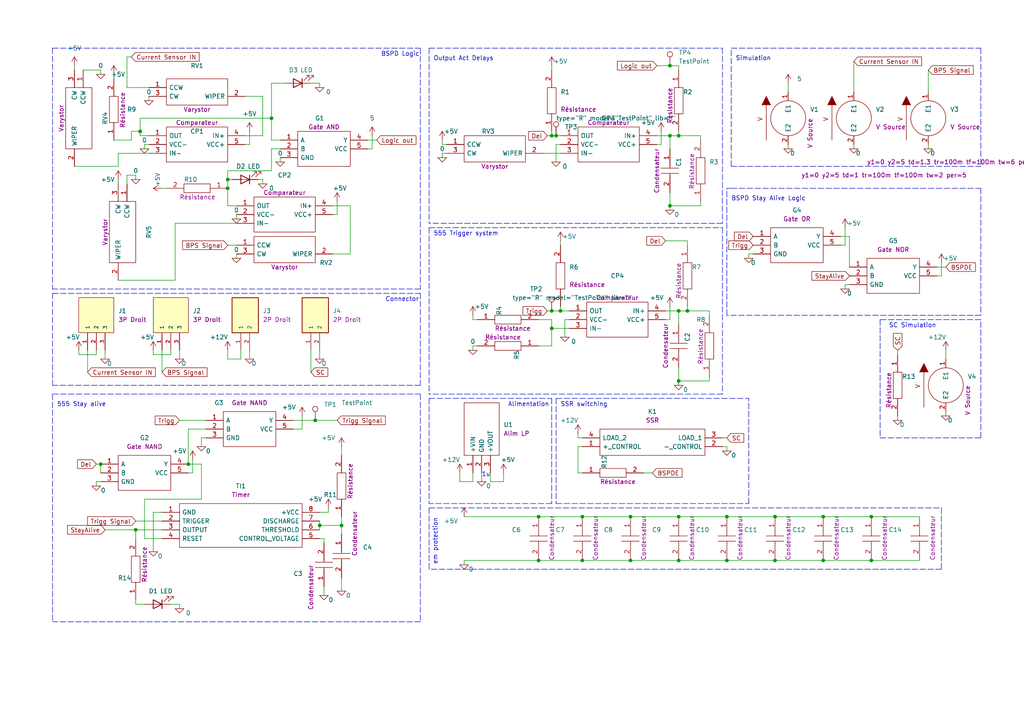
<source format=kicad_sch>
(kicad_sch (version 20211123) (generator eeschema)
  (paper "A4")
  (title_block (title "BSPD") (date "2022-12-11") (rev "V1.0") (company "Ecurie Piston Sport Auto"))
  (junction (at 182.88 149.86))
  (junction (at 194.31 59.69))
  (junction (at 160.02 39.37))
  (junction (at 99.06 152.4))
  (junction (at 29.21 134.62))
  (junction (at 196.85 149.86))
  (junction (at 194.31 19.05))
  (junction (at 168.91 162.56))
  (junction (at 156.21 162.56))
  (junction (at 224.79 162.56))
  (junction (at 252.73 162.56))
  (junction (at 196.85 162.56))
  (junction (at 194.31 39.37))
  (junction (at 238.76 162.56))
  (junction (at 156.21 149.86))
  (junction (at 66.04 54.61))
  (junction (at 168.91 149.86))
  (junction (at 196.85 39.37))
  (junction (at 39.37 153.67))
  (junction (at 210.82 149.86))
  (junction (at 78.74 34.29))
  (junction (at 210.82 162.56))
  (junction (at 92.71 152.4))
  (junction (at 196.85 90.17))
  (junction (at 182.88 162.56))
  (junction (at 199.39 90.17))
  (junction (at 224.79 149.86))
  (junction (at 252.73 149.86))
  (junction (at 238.76 149.86))
  (junction (at 40.64 38.1))
  (junction (at 160.02 95.25))
  (junction (at 66.04 52.07))
  (junction (at 91.44 121.92))
  (junction (at 160.02 90.17))
  (junction (at 161.29 39.37))
  (junction (at 54.61 134.62))
  (junction (at 196.85 110.49))
  (junction (at 162.56 90.17))
  (wire (pts (xy 194.31 39.37) (xy 194.31 43.18)))
  (wire (pts (xy 274.32 101.6) (xy 274.32 104.14)))
  (polyline (pts (xy 15.24 13.97) (xy 121.92 13.97)))
  (wire (pts (xy 36.83 50.8) (xy 36.83 53.34)))
  (wire (pts (xy 266.7 162.56) (xy 252.73 162.56)))
  (wire (pts (xy 182.88 162.56) (xy 168.91 162.56)))
  (wire (pts (xy 87.63 124.46) (xy 87.63 120.65)))
  (wire (pts (xy 76.2 52.07) (xy 76.2 53.34)))
  (wire (pts (xy 182.88 149.86) (xy 196.85 149.86)))
  (wire (pts (xy 238.76 162.56) (xy 224.79 162.56)))
  (wire (pts (xy 92.71 152.4) (xy 99.06 152.4)))
  (wire (pts (xy 194.31 92.71) (xy 193.04 92.71)))
  (wire (pts (xy 34.29 44.45) (xy 43.18 44.45)))
  (wire (pts (xy 39.37 151.13) (xy 46.99 151.13)))
  (wire (pts (xy 66.04 101.6) (xy 66.04 104.14)))
  (wire (pts (xy 246.38 68.58) (xy 246.38 77.47)))
  (wire (pts (xy 137.16 139.7) (xy 137.16 137.16)))
  (wire (pts (xy 160.02 90.17) (xy 162.56 90.17)))
  (wire (pts (xy 271.78 77.47) (xy 274.32 77.47)))
  (wire (pts (xy 247.65 41.91) (xy 247.65 43.18)))
  (wire (pts (xy 162.56 88.9) (xy 162.56 90.17)))
  (wire (pts (xy 36.83 50.8) (xy 39.37 50.8)))
  (wire (pts (xy 93.98 170.18) (xy 93.98 172.72)))
  (wire (pts (xy 41.91 43.18) (xy 41.91 41.91)))
  (wire (pts (xy 157.48 44.45) (xy 162.56 44.45)))
  (wire (pts (xy 243.84 71.12) (xy 245.11 71.12)))
  (wire (pts (xy 92.71 24.13) (xy 92.71 25.4)))
  (wire (pts (xy 21.59 20.32) (xy 21.59 19.05)))
  (wire (pts (xy 66.04 59.69) (xy 66.04 54.61)))
  (wire (pts (xy 156.21 92.71) (xy 160.02 92.71)))
  (polyline (pts (xy 15.24 114.3) (xy 121.92 114.3)))
  (wire (pts (xy 160.02 92.71) (xy 160.02 95.25)))
  (wire (pts (xy 55.88 137.16) (xy 54.61 137.16)))
  (wire (pts (xy 106.68 43.18) (xy 107.95 43.18)))
  (wire (pts (xy 36.83 16.51) (xy 38.1 16.51)))
  (wire (pts (xy 54.61 134.62) (xy 54.61 124.46)))
  (wire (pts (xy 78.74 34.29) (xy 78.74 40.64)))
  (wire (pts (xy 196.85 90.17) (xy 193.04 90.17)))
  (wire (pts (xy 160.02 39.37) (xy 161.29 39.37)))
  (wire (pts (xy 21.59 48.26) (xy 34.29 48.26)))
  (polyline (pts (xy 121.92 111.76) (xy 15.24 111.76)))
  (wire (pts (xy 196.85 38.1) (xy 196.85 39.37)))
  (wire (pts (xy 55.88 133.35) (xy 55.88 137.16)))
  (wire (pts (xy 162.56 90.17) (xy 165.1 90.17)))
  (wire (pts (xy 210.82 149.86) (xy 224.79 149.86)))
  (polyline (pts (xy 284.48 127) (xy 284.48 92.71)))
  (wire (pts (xy 72.39 38.1) (xy 72.39 41.91)))
  (polyline (pts (xy 161.29 115.57) (xy 217.17 115.57)))
  (polyline (pts (xy 121.92 114.3) (xy 121.92 180.34)))
  (wire (pts (xy 40.64 38.1) (xy 40.64 34.29)))
  (wire (pts (xy 193.04 69.85) (xy 199.39 69.85)))
  (wire (pts (xy 30.48 153.67) (xy 39.37 153.67)))
  (wire (pts (xy 186.69 137.16) (xy 189.23 137.16)))
  (wire (pts (xy 34.29 52.07) (xy 34.29 53.34)))
  (polyline (pts (xy 124.46 115.57) (xy 124.46 146.05)))
  (wire (pts (xy 194.31 55.88) (xy 194.31 59.69)))
  (wire (pts (xy 238.76 149.86) (xy 252.73 149.86)))
  (polyline (pts (xy 124.46 66.04) (xy 124.46 114.3)))
  (wire (pts (xy 54.61 134.62) (xy 58.42 134.62)))
  (wire (pts (xy 203.2 39.37) (xy 203.2 40.64)))
  (wire (pts (xy 92.71 148.59) (xy 95.25 148.59)))
  (wire (pts (xy 168.91 129.54) (xy 167.64 129.54)))
  (wire (pts (xy 139.7 137.16) (xy 139.7 139.7)))
  (polyline (pts (xy 210.82 54.61) (xy 212.09 54.61)))
  (wire (pts (xy 39.37 173.99) (xy 39.37 175.26)))
  (wire (pts (xy 96.52 62.23) (xy 97.79 62.23)))
  (polyline (pts (xy 273.05 165.1) (xy 124.46 165.1)))
  (polyline (pts (xy 15.24 85.09) (xy 15.24 111.76)))
  (wire (pts (xy 36.83 16.51) (xy 36.83 25.4)))
  (polyline (pts (xy 284.48 92.71) (xy 255.27 92.71)))
  (wire (pts (xy 137.16 92.71) (xy 137.16 91.44)))
  (polyline (pts (xy 124.46 147.32) (xy 273.05 147.32)))
  (wire (pts (xy 129.54 41.91) (xy 128.27 41.91)))
  (wire (pts (xy 273.05 76.2) (xy 273.05 80.01)))
  (polyline (pts (xy 209.55 114.3) (xy 124.46 114.3)))
  (polyline (pts (xy 209.55 13.97) (xy 209.55 64.77)))
  (wire (pts (xy 269.24 20.32) (xy 269.24 26.67)))
  (wire (pts (xy 196.85 20.32) (xy 196.85 19.05)))
  (wire (pts (xy 168.91 162.56) (xy 156.21 162.56)))
  (wire (pts (xy 134.62 162.56) (xy 156.21 162.56)))
  (wire (pts (xy 90.17 24.13) (xy 92.71 24.13)))
  (polyline (pts (xy 217.17 146.05) (xy 217.17 115.57)))
  (wire (pts (xy 40.64 39.37) (xy 43.18 39.37)))
  (wire (pts (xy 162.56 69.85) (xy 162.56 71.12)))
  (polyline (pts (xy 160.02 115.57) (xy 160.02 146.05)))
  (wire (pts (xy 137.16 100.33) (xy 137.16 101.6)))
  (wire (pts (xy 167.64 137.16) (xy 168.91 137.16)))
  (wire (pts (xy 91.44 121.92) (xy 97.79 121.92)))
  (wire (pts (xy 138.43 92.71) (xy 137.16 92.71)))
  (wire (pts (xy 252.73 162.56) (xy 238.76 162.56)))
  (wire (pts (xy 196.85 110.49) (xy 205.74 110.49)))
  (wire (pts (xy 210.82 129.54) (xy 210.82 130.81)))
  (wire (pts (xy 85.09 121.92) (xy 91.44 121.92)))
  (wire (pts (xy 49.53 101.6) (xy 49.53 102.87)))
  (wire (pts (xy 68.58 74.93) (xy 68.58 73.66)))
  (wire (pts (xy 271.78 80.01) (xy 273.05 80.01)))
  (polyline (pts (xy 209.55 66.04) (xy 209.55 114.3)))
  (wire (pts (xy 34.29 44.45) (xy 34.29 48.26)))
  (wire (pts (xy 90.17 101.6) (xy 90.17 107.95)))
  (wire (pts (xy 92.71 156.21) (xy 93.98 156.21)))
  (wire (pts (xy 160.02 38.1) (xy 160.02 39.37)))
  (wire (pts (xy 218.44 73.66) (xy 217.17 73.66)))
  (polyline (pts (xy 212.09 13.97) (xy 284.48 13.97)))
  (wire (pts (xy 194.31 88.9) (xy 194.31 92.71)))
  (polyline (pts (xy 212.09 54.61) (xy 284.48 54.61)))
  (wire (pts (xy 196.85 39.37) (xy 203.2 39.37)))
  (wire (pts (xy 209.55 129.54) (xy 210.82 129.54)))
  (wire (pts (xy 44.45 148.59) (xy 44.45 160.02)))
  (wire (pts (xy 133.35 139.7) (xy 137.16 139.7)))
  (wire (pts (xy 52.07 121.92) (xy 59.69 121.92)))
  (wire (pts (xy 194.31 39.37) (xy 190.5 39.37)))
  (wire (pts (xy 59.69 127) (xy 58.42 127)))
  (wire (pts (xy 224.79 162.56) (xy 210.82 162.56)))
  (wire (pts (xy 128.27 44.45) (xy 129.54 44.45)))
  (polyline (pts (xy 284.48 13.97) (xy 284.48 48.26)))
  (wire (pts (xy 269.24 41.91) (xy 269.24 43.18)))
  (wire (pts (xy 199.39 90.17) (xy 205.74 90.17)))
  (wire (pts (xy 161.29 41.91) (xy 161.29 46.99)))
  (wire (pts (xy 78.74 24.13) (xy 82.55 24.13)))
  (polyline (pts (xy 121.92 180.34) (xy 15.24 180.34)))
  (wire (pts (xy 156.21 100.33) (xy 160.02 100.33)))
  (wire (pts (xy 107.95 43.18) (xy 107.95 39.37)))
  (wire (pts (xy 81.28 46.99) (xy 81.28 45.72)))
  (wire (pts (xy 92.71 151.13) (xy 92.71 152.4)))
  (wire (pts (xy 106.68 40.64) (xy 109.22 40.64)))
  (wire (pts (xy 247.65 17.78) (xy 247.65 26.67)))
  (wire (pts (xy 41.91 41.91) (xy 43.18 41.91)))
  (wire (pts (xy 199.39 90.17) (xy 196.85 90.17)))
  (wire (pts (xy 41.91 144.78) (xy 58.42 144.78)))
  (wire (pts (xy 95.25 148.59) (xy 95.25 147.32)))
  (wire (pts (xy 29.21 139.7) (xy 27.94 139.7)))
  (wire (pts (xy 76.2 27.94) (xy 71.12 27.94)))
  (wire (pts (xy 27.94 134.62) (xy 29.21 134.62)))
  (wire (pts (xy 196.85 39.37) (xy 194.31 39.37)))
  (wire (pts (xy 29.21 20.32) (xy 24.13 20.32)))
  (wire (pts (xy 43.18 25.4) (xy 36.83 25.4)))
  (wire (pts (xy 196.85 149.86) (xy 210.82 149.86)))
  (wire (pts (xy 30.48 101.6) (xy 30.48 104.14)))
  (wire (pts (xy 76.2 27.94) (xy 76.2 39.37)))
  (wire (pts (xy 260.35 101.6) (xy 260.35 102.87)))
  (wire (pts (xy 274.32 119.38) (xy 274.32 120.65)))
  (wire (pts (xy 44.45 102.87) (xy 49.53 102.87)))
  (wire (pts (xy 29.21 134.62) (xy 29.21 137.16)))
  (wire (pts (xy 44.45 102.87) (xy 44.45 101.6)))
  (wire (pts (xy 194.31 19.05) (xy 196.85 19.05)))
  (polyline (pts (xy 209.55 64.77) (xy 124.46 64.77)))
  (wire (pts (xy 66.04 54.61) (xy 66.04 52.07)))
  (wire (pts (xy 133.35 137.16) (xy 133.35 139.7)))
  (wire (pts (xy 92.71 152.4) (xy 92.71 153.67)))
  (polyline (pts (xy 124.46 115.57) (xy 160.02 115.57)))
  (wire (pts (xy 58.42 144.78) (xy 58.42 134.62)))
  (wire (pts (xy 50.8 64.77) (xy 68.58 64.77)))
  (wire (pts (xy 58.42 127) (xy 58.42 129.54)))
  (wire (pts (xy 160.02 95.25) (xy 160.02 100.33)))
  (wire (pts (xy 50.8 81.28) (xy 50.8 64.77)))
  (polyline (pts (xy 255.27 127) (xy 284.48 127)))
  (wire (pts (xy 101.6 73.66) (xy 96.52 73.66)))
  (wire (pts (xy 246.38 82.55) (xy 245.11 82.55)))
  (wire (pts (xy 85.09 124.46) (xy 87.63 124.46)))
  (polyline (pts (xy 255.27 92.71) (xy 255.27 127)))
  (wire (pts (xy 78.74 49.53) (xy 78.74 43.18)))
  (wire (pts (xy 199.39 71.12) (xy 199.39 69.85)))
  (wire (pts (xy 27.94 101.6) (xy 27.94 102.87)))
  (polyline (pts (xy 212.09 48.26) (xy 212.09 13.97)))
  (wire (pts (xy 39.37 156.21) (xy 39.37 153.67)))
  (wire (pts (xy 71.12 39.37) (xy 76.2 39.37)))
  (wire (pts (xy 167.64 129.54) (xy 167.64 137.16)))
  (wire (pts (xy 72.39 101.6) (xy 72.39 104.14)))
  (wire (pts (xy 25.4 101.6) (xy 25.4 107.95)))
  (wire (pts (xy 33.02 21.59) (xy 33.02 22.86)))
  (wire (pts (xy 137.16 100.33) (xy 138.43 100.33)))
  (polyline (pts (xy 15.24 114.3) (xy 15.24 180.34)))
  (wire (pts (xy 99.06 149.86) (xy 99.06 152.4)))
  (wire (pts (xy 167.64 125.73) (xy 167.64 127)))
  (wire (pts (xy 260.35 120.65) (xy 260.35 121.92)))
  (wire (pts (xy 40.64 39.37) (xy 40.64 38.1)))
  (wire (pts (xy 52.07 175.26) (xy 52.07 176.53)))
  (wire (pts (xy 46.99 54.61) (xy 48.26 54.61)))
  (wire (pts (xy 191.77 41.91) (xy 190.5 41.91)))
  (wire (pts (xy 134.62 149.86) (xy 156.21 149.86)))
  (wire (pts (xy 199.39 88.9) (xy 199.39 90.17)))
  (wire (pts (xy 190.5 19.05) (xy 194.31 19.05)))
  (wire (pts (xy 163.83 92.71) (xy 163.83 97.79)))
  (wire (pts (xy 66.04 59.69) (xy 68.58 59.69)))
  (polyline (pts (xy 121.92 85.09) (xy 121.92 111.76)))
  (wire (pts (xy 158.75 39.37) (xy 160.02 39.37)))
  (wire (pts (xy 78.74 43.18) (xy 81.28 43.18)))
  (polyline (pts (xy 121.92 83.82) (xy 15.24 83.82)))
  (wire (pts (xy 99.06 129.54) (xy 99.06 132.08)))
  (wire (pts (xy 46.99 101.6) (xy 46.99 107.95)))
  (wire (pts (xy 209.55 127) (xy 210.82 127)))
  (polyline (pts (xy 273.05 147.32) (xy 273.05 165.1)))
  (wire (pts (xy 161.29 39.37) (xy 162.56 39.37)))
  (wire (pts (xy 38.1 38.1) (xy 40.64 38.1)))
  (polyline (pts (xy 15.24 13.97) (xy 15.24 83.82)))
  (wire (pts (xy 101.6 59.69) (xy 101.6 73.66)))
  (wire (pts (xy 43.18 27.94) (xy 43.18 29.21)))
  (wire (pts (xy 162.56 41.91) (xy 161.29 41.91)))
  (polyline (pts (xy 161.29 146.05) (xy 217.17 146.05)))
  (polyline (pts (xy 124.46 66.04) (xy 209.55 66.04)))
  (wire (pts (xy 196.85 162.56) (xy 182.88 162.56)))
  (wire (pts (xy 66.04 71.12) (xy 68.58 71.12)))
  (polyline (pts (xy 212.09 48.26) (xy 284.48 48.26)))
  (wire (pts (xy 69.85 104.14) (xy 66.04 104.14)))
  (wire (pts (xy 101.6 59.69) (xy 96.52 59.69)))
  (wire (pts (xy 74.93 52.07) (xy 76.2 52.07)))
  (polyline (pts (xy 124.46 13.97) (xy 209.55 13.97)))
  (wire (pts (xy 29.21 21.59) (xy 29.21 20.32)))
  (wire (pts (xy 52.07 101.6) (xy 52.07 104.14)))
  (wire (pts (xy 40.64 34.29) (xy 78.74 34.29)))
  (wire (pts (xy 54.61 124.46) (xy 59.69 124.46)))
  (wire (pts (xy 92.71 101.6) (xy 92.71 104.14)))
  (polyline (pts (xy 210.82 91.44) (xy 210.82 54.61)))
  (wire (pts (xy 66.04 49.53) (xy 78.74 49.53)))
  (wire (pts (xy 39.37 153.67) (xy 46.99 153.67)))
  (wire (pts (xy 38.1 40.64) (xy 38.1 38.1)))
  (wire (pts (xy 191.77 38.1) (xy 191.77 41.91)))
  (wire (pts (xy 41.91 144.78) (xy 41.91 156.21)))
  (wire (pts (xy 67.31 52.07) (xy 66.04 52.07)))
  (wire (pts (xy 168.91 149.86) (xy 182.88 149.86)))
  (wire (pts (xy 165.1 92.71) (xy 163.83 92.71)))
  (wire (pts (xy 167.64 127) (xy 168.91 127)))
  (wire (pts (xy 160.02 95.25) (xy 165.1 95.25)))
  (wire (pts (xy 243.84 68.58) (xy 246.38 68.58)))
  (wire (pts (xy 22.86 102.87) (xy 27.94 102.87)))
  (wire (pts (xy 194.31 59.69) (xy 203.2 59.69)))
  (wire (pts (xy 158.75 90.17) (xy 160.02 90.17)))
  (wire (pts (xy 228.6 24.13) (xy 228.6 26.67)))
  (wire (pts (xy 68.58 63.5) (xy 68.58 62.23)))
  (wire (pts (xy 93.98 156.21) (xy 93.98 157.48)))
  (wire (pts (xy 128.27 41.91) (xy 128.27 40.64)))
  (polyline (pts (xy 161.29 115.57) (xy 161.29 146.05)))
  (wire (pts (xy 66.04 52.07) (xy 66.04 49.53)))
  (wire (pts (xy 196.85 110.49) (xy 196.85 111.76)))
  (wire (pts (xy 99.06 167.64) (xy 99.06 171.45)))
  (polyline (pts (xy 160.02 146.05) (xy 124.46 146.05)))
  (wire (pts (xy 142.24 139.7) (xy 146.05 139.7)))
  (wire (pts (xy 252.73 149.86) (xy 266.7 149.86)))
  (wire (pts (xy 128.27 44.45) (xy 128.27 45.72)))
  (wire (pts (xy 146.05 137.16) (xy 146.05 139.7)))
  (wire (pts (xy 78.74 40.64) (xy 81.28 40.64)))
  (wire (pts (xy 39.37 50.8) (xy 39.37 52.07)))
  (wire (pts (xy 196.85 106.68) (xy 196.85 110.49)))
  (wire (pts (xy 205.74 110.49) (xy 205.74 109.22)))
  (wire (pts (xy 99.06 152.4) (xy 99.06 154.94)))
  (polyline (pts (xy 15.24 85.09) (xy 121.92 85.09)))
  (wire (pts (xy 134.62 162.56) (xy 134.62 163.83)))
  (wire (pts (xy 27.94 139.7) (xy 27.94 140.97)))
  (wire (pts (xy 224.79 149.86) (xy 238.76 149.86)))
  (wire (pts (xy 46.99 148.59) (xy 44.45 148.59)))
  (wire (pts (xy 203.2 59.69) (xy 203.2 58.42)))
  (wire (pts (xy 22.86 102.87) (xy 22.86 101.6)))
  (polyline (pts (xy 284.48 54.61) (xy 284.48 91.44)))
  (wire (pts (xy 210.82 162.56) (xy 196.85 162.56)))
  (wire (pts (xy 156.21 149.86) (xy 168.91 149.86)))
  (wire (pts (xy 49.53 175.26) (xy 52.07 175.26)))
  (wire (pts (xy 142.24 137.16) (xy 142.24 139.7)))
  (wire (pts (xy 245.11 66.04) (xy 245.11 71.12)))
  (polyline (pts (xy 284.48 91.44) (xy 210.82 91.44)))
  (wire (pts (xy 46.99 156.21) (xy 41.91 156.21)))
  (wire (pts (xy 228.6 41.91) (xy 228.6 43.18)))
  (wire (pts (xy 71.12 41.91) (xy 72.39 41.91)))
  (polyline (pts (xy 124.46 13.97) (xy 124.46 64.77)))
  (wire (pts (xy 97.79 58.42) (xy 97.79 62.23)))
  (wire (pts (xy 160.02 19.05) (xy 160.02 20.32)))
  (polyline (pts (xy 121.92 13.97) (xy 121.92 83.82)))
  (wire (pts (xy 217.17 73.66) (xy 217.17 74.93)))
  (wire (pts (xy 205.74 90.17) (xy 205.74 91.44)))
  (wire (pts (xy 39.37 175.26) (xy 41.91 175.26)))
  (wire (pts (xy 33.02 40.64) (xy 38.1 40.64)))
  (wire (pts (xy 34.29 81.28) (xy 50.8 81.28)))
  (polyline (pts (xy 124.46 147.32) (xy 124.46 165.1)))
  (wire (pts (xy 196.85 90.17) (xy 196.85 93.98)))
  (wire (pts (xy 69.85 101.6) (xy 69.85 104.14)))
  (wire (pts (xy 194.31 59.69) (xy 194.31 60.96)))
  (wire (pts (xy 78.74 24.13) (xy 78.74 34.29)))
  (wire (pts (xy 245.11 82.55) (xy 245.11 83.82)))
  (text "em protection\n" (at 127 163.83 90) (effects (font (size 1.27 1.27)) (justify left bottom)))
  (text "BSPD Stay Alive Logic" (at 212.09 58.42 0) (effects (font (size 1.27 1.27)) (justify left bottom)))
  (text "1u\n" (at 139.7 138.43 0) (effects (font (size 1.27 1.27)) (justify left bottom)))
  (text "SSR switching" (at 162.56 118.11 0) (effects (font (size 1.27 1.27)) (justify left bottom)))
  (text "Simulation" (at 213.36 17.78 0) (effects (font (size 1.27 1.27)) (justify left bottom)))
  (text "Connector" (at 111.76 87.63 0) (effects (font (size 1.27 1.27)) (justify left bottom)))
  (text "BSPD Logic" (at 110.49 16.51 0) (effects (font (size 1.27 1.27)) (justify left bottom)))
  (text "555 Trigger system" (at 125.73 68.58 0) (effects (font (size 1.27 1.27)) (justify left bottom)))
  (text "SC Simulation" (at 257.81 95.25 0) (effects (font (size 1.27 1.27)) (justify left bottom)))
  (text "Output Act Delays" (at 125.73 17.78 0) (effects (font (size 1.27 1.27)) (justify left bottom)))
  (text "555 Stay alive" (at 16.51 118.11 0) (effects (font (size 1.27 1.27)) (justify left bottom)))
  (text "Alimentation\n" (at 147.32 118.11 0) (effects (font (size 1.27 1.27)) (justify left bottom)))
  (global_label "SC" (shape input) (at 260.35 101.6 90) (property "Intersheet References" "${INTERSHEET_REFS}" (effects hide)))
  (global_label "SC" (shape input) (at 210.82 127 0) (property "Intersheet References" "${INTERSHEET_REFS}" (effects hide)))
  (global_label "Trigg" (shape input) (at 218.44 71.12 180) (property "Intersheet References" "${INTERSHEET_REFS}" (effects hide)))
  (global_label "Trigg" (shape input) (at 158.75 90.17 180) (property "Intersheet References" "${INTERSHEET_REFS}" (effects hide)))
  (global_label "BSPDE" (shape input) (at 274.32 77.47 0) (property "Intersheet References" "${INTERSHEET_REFS}" (effects hide)))
  (global_label "BPS Signal" (shape input) (at 269.24 20.32 0) (property "Intersheet References" "${INTERSHEET_REFS}" (effects hide)))
  (global_label "Trigg Signal" (shape input) (at 97.79 121.92 0) (property "Intersheet References" "${INTERSHEET_REFS}" (effects hide)))
  (global_label "Current Sensor IN" (shape input) (at 247.65 17.78 0) (property "Intersheet References" "${INTERSHEET_REFS}" (effects hide)))
  (global_label "BPS Signal" (shape input) (at 66.04 71.12 180) (property "Intersheet References" "${INTERSHEET_REFS}" (effects hide)))
  (global_label "BSPDE" (shape input) (at 189.23 137.16 0) (property "Intersheet References" "${INTERSHEET_REFS}" (effects hide)))
  (global_label "Del" (shape input) (at 27.94 134.62 180) (property "Intersheet References" "${INTERSHEET_REFS}" (effects hide)))
  (global_label "Trigg Signal" (shape input) (at 39.37 151.13 180) (property "Intersheet References" "${INTERSHEET_REFS}" (effects hide)))
  (global_label "StayAlive" (shape input) (at 246.38 80.01 180) (property "Intersheet References" "${INTERSHEET_REFS}" (effects hide)))
  (global_label "Del" (shape input) (at 158.75 39.37 180) (property "Intersheet References" "${INTERSHEET_REFS}" (effects hide)))
  (global_label "Del" (shape input) (at 218.44 68.58 180) (property "Intersheet References" "${INTERSHEET_REFS}" (effects hide)))
  (global_label "Logic out" (shape input) (at 109.22 40.64 0) (property "Intersheet References" "${INTERSHEET_REFS}" (effects hide)))
  (global_label "Trigg" (shape input) (at 52.07 121.92 180) (property "Intersheet References" "${INTERSHEET_REFS}" (effects hide)))
  (global_label "Logic out" (shape input) (at 190.5 19.05 180) (property "Intersheet References" "${INTERSHEET_REFS}" (effects hide)))
  (global_label "SC" (shape input) (at 90.17 107.95 0) (property "Intersheet References" "${INTERSHEET_REFS}" (effects hide)))
  (global_label "BPS Signal" (shape input) (at 46.99 107.95 0) (property "Intersheet References" "${INTERSHEET_REFS}" (effects hide)))
  (global_label "Current Sensor IN" (shape input) (at 38.1 16.51 0) (property "Intersheet References" "${INTERSHEET_REFS}" (effects hide)))
  (global_label "Current Sensor IN" (shape input) (at 25.4 107.95 0) (property "Intersheet References" "${INTERSHEET_REFS}" (effects hide)))
  (global_label "StayAlive" (shape input) (at 30.48 153.67 180) (property "Intersheet References" "${INTERSHEET_REFS}" (effects hide)))
  (global_label "Del" (shape input) (at 193.04 69.85 180) (property "Intersheet References" "${INTERSHEET_REFS}" (effects hide)))
  (symbol (lib_id "power:+5V") (at 191.77 38.1 0) (unit 1)
    (property "Reference" "#PWR09" (effects hide))
    (property "Value" "+5V" (at 187.96 35.56 0))
  )
  (symbol (lib_id "power:+5V") (at 273.05 76.2 0) (unit 1)
    (property "Reference" "#PWR024" (effects hide))
    (property "Value" "+5V" (at 275.59 74.93 0))
  )
  (symbol (lib_id "pspice:0") (at 137.16 101.6 0) (unit 1)
    (property "Reference" "#GND018" (effects hide))
    (property "Value" "0" (at 137.16 99.06 0))
  )
  (symbol (lib_id "EPSA_lib:Gate AND SN74AHCT1G08DBVR") (at 81.28 40.64 0) (unit 1)
    (property "Reference" "G1" (at 92.71 34.29 0))
    (property "Value" "Gate AND SN74AHCT1G08DBVR" (effects hide))
    (property "Footprint" "EPSA_lib:SOT95P280X145-5N" (effects hide))
    (property "Datasheet" "https://datasheet.datasheetarchive.com/originals/distributors/SFDatasheet-6/sf-000128638.pdf" (effects hide))
    (property "Description" "SN74AHCT1G08DBVR, Logic Gate 2 Input AND, AHCT, 8mA 5V 5-Pin SOT-23" (effects hide))
    (property "Height" "1.45" (effects hide))
    (property "Manufacturer_Name" "Texas Instruments" (effects hide))
    (property "Manufacturer_Part_Number" "SN74AHCT1G08DBVR" (effects hide))
    (property "Mouser Part Number" "595-SN74AHCT1G08DBVR" (effects hide))
    (property "Mouser Price/Stock" "https://www.mouser.co.uk/ProductDetail/Texas-Instruments/SN74AHCT1G08DBVR?qs=8Pd2FuFSoMGY9AK%2Ftqwbcw%3D%3D" (effects hide))
    (property "Arrow Part Number" "SN74AHCT1G08DBVR" (effects hide))
    (property "Arrow Price/Stock" "https://www.arrow.com/en/products/sn74ahct1g08dbvr/texas-instruments?region=nac" (effects hide))
    (property "Spice_Primitive" "X" (effects hide))
    (property "Spice_Model" "SN74AHC1G08" (effects hide))
    (property "Spice_Netlist_Enabled" "Y" (effects hide))
    (property "Spice_Node_Sequence" "4,1,2,5,3" (effects hide))
    (property "Spice_Lib_File" "${EPSA}\\SpiceModel\\AND_SN74AHC1G08.lib" (effects hide))
    (property "Render Name" "Gate AND" (at 93.98 36.83 0))
  )
  (symbol (lib_id "EPSA_lib:Résistance RK73H2BLTDD2152F") (at 160.02 38.1 90) (unit 1)
    (property "Reference" "R1" (at 162.56 26.6699 90) (effects (justify right)))
    (property "Value" "Résistance RK73H2BLTDD2152F" (effects hide))
    (property "Footprint" "EPSA_lib:RESC3216X70N" (effects hide))
    (property "Datasheet" "http://www.koaspeer.com/catimages/Products/RK73H/RK73H.pdf" (effects hide))
    (property "Description" "Thick Film Resistors - SMD" (effects hide))
    (property "Height" "0.7" (effects hide))
    (property "Manufacturer_Name" "KOA Speer" (effects hide))
    (property "Manufacturer_Part_Number" "RK73H2BLTDD2152F" (effects hide))
    (property "Mouser Part Number" "N/A" (effects hide))
    (property "Mouser Price/Stock" "https://www.mouser.co.uk/ProductDetail/KOA-Speer/RK73H2BLTDD2152F?qs=WeIALVmW3zmyxMFsjVzMRw%3D%3D" (effects hide))
    (property "Spice_Primitive" "R" (effects hide))
    (property "Spice_Model" "10k" (at 162.56 29.2099 90) (effects (justify right)))
    (property "Spice_Netlist_Enabled" "Y" (effects hide))
    (property "Render Name" "Résistance" (at 162.56 31.7499 90) (effects (justify right)))
  )
  (symbol (lib_id "pspice:0") (at 30.48 104.14 0) (unit 1)
    (property "Reference" "#GND014" (effects hide))
    (property "Value" "0" (at 31.75 105.41 0))
  )
  (symbol (lib_id "power:+12V") (at 274.32 101.6 0) (unit 1)
    (property "Reference" "#PWR0101" (effects hide))
    (property "Value" "+12V" (at 271.78 97.79 0))
  )
  (symbol (lib_id "EPSA_lib:Varystor 3296Y-1-223LF") (at 157.48 44.45 180) (unit 1)
    (property "Reference" "RV3" (at 139.6999 38.1 0) (effects (justify right)))
    (property "Value" "Varystor 3296Y-1-223LF" (effects hide))
    (property "Footprint" "EPSA_lib:3296Y1223LF" (effects hide))
    (property "Datasheet" "https://www.bourns.com/docs/Product-Datasheets/3296.pdf" (effects hide))
    (property "Description" "Bourns 3296Y Series 25-Turn Through Hole Cermet Trimmer Resistor with Solder Pin Terminations, 22k +/-10% 0.5W +/-100ppm/C" (effects hide))
    (property "Height" "11.8" (effects hide))
    (property "Manufacturer_Name" "Bourns" (effects hide))
    (property "Manufacturer_Part_Number" "3296Y-1-223LF" (effects hide))
    (property "Mouser Part Number" "652-3296Y-1-223LF" (effects hide))
    (property "Mouser Price/Stock" "https://www.mouser.co.uk/ProductDetail/Bourns/3296Y-1-223LF?qs=RUdTbCszRyG%2Fz0rQkQfbLg%3D%3D" (effects hide))
    (property "Arrow Part Number" "3296Y-1-223LF" (effects hide))
    (property "Arrow Price/Stock" "https://www.arrow.com/en/products/3296y-1-223lf/bourns" (effects hide))
    (property "Spice_Primitive" "X" (effects hide))
    (property "Spice_Model" "VARYSTOR Rtot=20k Part=0.78" (at 127 50.8 0) (effects (justify right)))
    (property "Spice_Netlist_Enabled" "Y" (effects hide))
    (property "Spice_Lib_File" "${EPSA}\\SpiceModel\\VARYSTOR.lib" (effects hide))
    (property "Render Name" "Varystor" (at 143.51 48.26 0))
  )
  (symbol (lib_id "power:+5V") (at 97.79 58.42 0) (unit 1)
    (property "Reference" "#PWR05" (effects hide))
    (property "Value" "+5V" (at 96.52 54.61 0) (effects (justify left)))
  )
  (symbol (lib_id "power:+12V") (at 167.64 125.73 0) (unit 1)
    (property "Reference" "#PWR027" (effects hide))
    (property "Value" "+12V" (at 165.1 121.92 0))
  )
  (symbol (lib_id "EPSA_lib:LED") (at 45.72 175.26 180) (unit 1)
    (property "Reference" "D1" (at 44.45 171.45 0))
    (property "Value" "LED" (at 48.26 171.45 0))
    (property "Footprint" "LED_THT:LED_D5.0mm" (effects hide))
    (property "Spice_Primitive" "D" (effects hide))
    (property "Spice_Model" "LED" (effects hide))
    (property "Spice_Netlist_Enabled" "N" (effects hide))
  )
  (symbol (lib_id "EPSA_lib:Condensateur 0805Y1000104JXT") (at 238.76 149.86 270) (unit 1)
    (property "Reference" "C12" (at 233.68 153.67 90) (effects (justify right)))
    (property "Value" "Condensateur 0805Y1000104JXT" (effects hide))
    (property "Footprint" "EPSA_lib:CAPC2012X130N" (effects hide))
    (property "Datasheet" "http://docs-europe.electrocomponents.com/webdocs/119d/0900766b8119d7bc.pdf" (effects hide))
    (property "Description" "Syfer 0805 Ceramic Chip Capacitors" (effects hide))
    (property "Height" "1.3" (effects hide))
    (property "Manufacturer_Name" "Syfer" (effects hide))
    (property "Manufacturer_Part_Number" "0805Y1000104JXT" (effects hide))
    (property "Arrow Part Number" "0805Y1000104JXT" (effects hide))
    (property "Arrow Price/Stock" "https://www.arrow.com/en/products/0805y1000104jxt/syfer-technology?region=europe" (effects hide))
    (property "Spice_Primitive" "C" (effects hide))
    (property "Spice_Model" "10n" (at 234.95 158.75 90) (effects (justify right)))
    (property "Spice_Netlist_Enabled" "N" (effects hide))
    (property "Render Name" "Condensateur" (at 242.57 162.56 0) (effects (justify right)))
  )
  (symbol (lib_id "power:+5V") (at 228.6 24.13 0) (unit 1)
    (property "Reference" "#PWR01" (effects hide))
    (property "Value" "+5V" (at 231.14 22.8599 0) (effects (justify left)))
    (property "Spice_Primitive" "I" (effects hide))
    (property "Spice_Model" "dc 5" (effects hide))
    (property "Spice_Netlist_Enabled" "Y" (effects hide))
  )
  (symbol (lib_id "EPSA_lib:Gate NAND SN74AHCT1G00DBVR") (at 29.21 134.62 0) (unit 1)
    (property "Reference" "G2" (at 41.91 127 0))
    (property "Value" "Gate NAND SN74AHCT1G00DBVR" (effects hide))
    (property "Footprint" "EPSA_lib:SOT95P280X145-5N" (effects hide))
    (property "Datasheet" "http://www.ti.com/lit/gpn/sn74ahct1g00" (effects hide))
    (property "Description" "Single 2-Input Positive-NAND Gate" (effects hide))
    (property "Height" "1.45" (effects hide))
    (property "Manufacturer_Name" "Texas Instruments" (effects hide))
    (property "Manufacturer_Part_Number" "SN74AHCT1G00DBVR" (effects hide))
    (property "Mouser Part Number" "595-SN74AHCT1G00DBVR" (effects hide))
    (property "Mouser Price/Stock" "https://www.mouser.co.uk/ProductDetail/Texas-Instruments/SN74AHCT1G00DBVR?qs=w32V8uFkMxnwwXcMH%2F61Dg%3D%3D" (effects hide))
    (property "Arrow Part Number" "SN74AHCT1G00DBVR" (effects hide))
    (property "Arrow Price/Stock" "https://www.arrow.com/en/products/sn74ahct1g00dbvr/texas-instruments" (effects hide))
    (property "Spice_Primitive" "X" (effects hide))
    (property "Spice_Model" "SN74AHCT1G00" (effects hide))
    (property "Spice_Netlist_Enabled" "Y" (effects hide))
    (property "Spice_Node_Sequence" "4,1,2,5,3" (effects hide))
    (property "Spice_Lib_File" "${EPSA}\\SpiceModel\\NAND_SN74AHCT1G00.lib" (effects hide))
    (property "Render Name" "Gate NAND" (at 41.91 129.54 0))
  )
  (symbol (lib_id "EPSA_lib:Varystor 3296Y-1-223LF") (at 34.29 81.28 90) (unit 1)
    (property "Reference" "RV5" (at 43.18 67.31 0))
    (property "Value" "Varystor 3296Y-1-223LF" (effects hide))
    (property "Footprint" "EPSA_lib:3296Y1223LF" (effects hide))
    (property "Datasheet" "https://www.bourns.com/docs/Product-Datasheets/3296.pdf" (effects hide))
    (property "Description" "Bourns 3296Y Series 25-Turn Through Hole Cermet Trimmer Resistor with Solder Pin Terminations, 22k +/-10% 0.5W +/-100ppm/C" (effects hide))
    (property "Height" "11.8" (effects hide))
    (property "Manufacturer_Name" "Bourns" (effects hide))
    (property "Manufacturer_Part_Number" "3296Y-1-223LF" (effects hide))
    (property "Mouser Part Number" "652-3296Y-1-223LF" (effects hide))
    (property "Mouser Price/Stock" "https://www.mouser.co.uk/ProductDetail/Bourns/3296Y-1-223LF?qs=RUdTbCszRyG%2Fz0rQkQfbLg%3D%3D" (effects hide))
    (property "Arrow Part Number" "3296Y-1-223LF" (effects hide))
    (property "Arrow Price/Stock" "https://www.arrow.com/en/products/3296y-1-223lf/bourns" (effects hide))
    (property "Spice_Primitive" "X" (effects hide))
    (property "Spice_Model" "VARYSTOR Rtot=20k Part=0.4" (at 40.64 67.31 0))
    (property "Spice_Netlist_Enabled" "Y" (effects hide))
    (property "Spice_Lib_File" "${EPSA}\\SpiceModel\\VARYSTOR.lib" (effects hide))
    (property "Render Name" "Varystor" (at 30.48 67.31 0))
  )
  (symbol (lib_id "power:+5V") (at 34.29 52.07 0) (unit 1)
    (property "Reference" "#PWR03" (effects hide))
    (property "Value" "+5V" (at 29.21 52.07 0) (effects (justify left)))
  )
  (symbol (lib_id "power:+5V") (at 55.88 133.35 0) (unit 1)
    (property "Reference" "#PWR012" (effects hide))
    (property "Value" "+5V" (at 52.07 130.81 0))
  )
  (symbol (lib_id "EPSA_lib:Résistance RK73H2BLTDD2152F") (at 162.56 88.9 90) (unit 1)
    (property "Reference" "R6" (at 165.1 77.4699 90) (effects (justify right)))
    (property "Value" "Résistance RK73H2BLTDD2152F" (effects hide))
    (property "Footprint" "EPSA_lib:RESC3216X70N" (effects hide))
    (property "Datasheet" "http://www.koaspeer.com/catimages/Products/RK73H/RK73H.pdf" (effects hide))
    (property "Description" "Thick Film Resistors - SMD" (effects hide))
    (property "Height" "0.7" (effects hide))
    (property "Manufacturer_Name" "KOA Speer" (effects hide))
    (property "Manufacturer_Part_Number" "RK73H2BLTDD2152F" (effects hide))
    (property "Mouser Part Number" "N/A" (effects hide))
    (property "Mouser Price/Stock" "https://www.mouser.co.uk/ProductDetail/KOA-Speer/RK73H2BLTDD2152F?qs=WeIALVmW3zmyxMFsjVzMRw%3D%3D" (effects hide))
    (property "Spice_Primitive" "R" (effects hide))
    (property "Spice_Model" "10k" (at 165.1 80.0099 90) (effects (justify right)))
    (property "Spice_Netlist_Enabled" "Y" (effects hide))
    (property "Render Name" "Résistance" (at 165.1 82.5499 90) (effects (justify right)))
  )
  (symbol (lib_id "pspice:0") (at 43.18 29.21 0) (unit 1)
    (property "Reference" "#GND02" (effects hide))
    (property "Value" "0" (at 43.18 26.67 0))
  )
  (symbol (lib_id "power:+5V") (at 160.02 19.05 0) (unit 1)
    (property "Reference" "#PWR08" (effects hide))
    (property "Value" "+5V" (at 162.56 17.78 0))
  )
  (symbol (lib_id "EPSA_lib:2P Droit 2-11-2022") (at 69.85 91.44 90) (unit 1)
    (property "Reference" "J3" (at 76.2 90.1699 90) (effects (justify right)))
    (property "Value" "2P Droit 2-11-2022" (effects hide))
    (property "Footprint" "EPSA_lib:MOLEX_22-11-2022" (effects hide))
    (property "MAXIMUM_PACKAGE_HEIGHT" "10.66mm" (effects hide))
    (property "PARTREV" "BD8" (effects hide))
    (property "STANDARD" "Manufacturer Recommendations" (effects hide))
    (property "MANUFACTURER" "Molex" (effects hide))
    (property "Spice_Primitive" "J" (effects hide))
    (property "Spice_Model" "22-11-2022" (effects hide))
    (property "Spice_Netlist_Enabled" "N" (effects hide))
    (property "Render Name" "2P Droit" (at 76.2 92.7099 90) (effects (justify right)))
  )
  (symbol (lib_id "pspice:0") (at 93.98 172.72 0) (unit 1)
    (property "Reference" "#GND023" (effects hide))
    (property "Value" "0" (at 95.25 173.99 0) (effects (justify left)))
  )
  (symbol (lib_id "EPSA_lib:Comparateur TS391ILT") (at 43.18 39.37 0) (unit 1)
    (property "Reference" "CP1" (at 57.15 38.1 0))
    (property "Value" "Comparateur TS391ILT" (effects hide))
    (property "Footprint" "EPSA_lib:SOT95P280X145-5N" (effects hide))
    (property "Datasheet" "http://www.st.com/st-web-ui/static/active/en/resource/technical/document/datasheet/CD00001660.pdf" (effects hide))
    (property "Description" "TS391ILT, Comparator Open Collector 0.3us 12 V, 15 V, 18 V, 24 V, 28 V, 3 V, 5 V, 9 V 5-Pin SOT-23" (effects hide))
    (property "Height" "1.45" (effects hide))
    (property "Manufacturer_Name" "STMicroelectronics" (effects hide))
    (property "Manufacturer_Part_Number" "TS391ILT" (effects hide))
    (property "Mouser Part Number" "511-TS391IL" (effects hide))
    (property "Mouser Price/Stock" "https://www.mouser.co.uk/ProductDetail/STMicroelectronics/TS391ILT?qs=P8h1tZw8GcB9GWR61XM17g%3D%3D" (effects hide))
    (property "Arrow Part Number" "TS391ILT" (effects hide))
    (property "Arrow Price/Stock" "https://www.arrow.com/en/products/ts391ilt/stmicroelectronics?region=europe" (effects hide))
    (property "Spice_Primitive" "X" (effects hide))
    (property "Spice_Model" "TS391" (effects hide))
    (property "Spice_Netlist_Enabled" "Y" (effects hide))
    (property "Spice_Node_Sequence" "4,3,5,2,1" (effects hide))
    (property "Spice_Lib_File" "${EPSA}\\SpiceModel\\C_ts391.lib" (effects hide))
    (property "Render Name" "Comparateur" (at 57.15 35.56 0))
  )
  (symbol (lib_id "EPSA_lib:Résistance RK73H2BLTDD2152F") (at 196.85 20.32 270) (unit 1)
    (property "Reference" "R2" (at 198.12 26.67 90) (effects (justify left)))
    (property "Value" "Résistance RK73H2BLTDD2152F" (effects hide))
    (property "Footprint" "EPSA_lib:RESC3216X70N" (effects hide))
    (property "Datasheet" "http://www.koaspeer.com/catimages/Products/RK73H/RK73H.pdf" (effects hide))
    (property "Description" "Thick Film Resistors - SMD" (effects hide))
    (property "Height" "0.7" (effects hide))
    (property "Manufacturer_Name" "KOA Speer" (effects hide))
    (property "Manufacturer_Part_Number" "RK73H2BLTDD2152F" (effects hide))
    (property "Mouser Part Number" "N/A" (effects hide))
    (property "Mouser Price/Stock" "https://www.mouser.co.uk/ProductDetail/KOA-Speer/RK73H2BLTDD2152F?qs=WeIALVmW3zmyxMFsjVzMRw%3D%3D" (effects hide))
    (property "Spice_Primitive" "R" (effects hide))
    (property "Spice_Model" "390k" (at 199.39 29.21 0) (effects (justify left)))
    (property "Spice_Netlist_Enabled" "Y" (effects hide))
    (property "Render Name" "Résistance" (at 194.31 25.4 0) (effects (justify left)))
  )
  (symbol (lib_id "pspice:0") (at 68.58 63.5 0) (unit 1)
    (property "Reference" "#GND05" (effects hide))
    (property "Value" "0" (at 68.58 60.96 0))
  )
  (symbol (lib_id "pspice:0") (at 269.24 43.18 0) (unit 1)
    (property "Reference" "#GND07" (effects hide))
    (property "Value" "0" (at 270.51 44.45 0))
  )
  (symbol (lib_id "EPSA_lib:Condensateur 0805Y1000104JXT") (at 99.06 154.94 270) (unit 1)
    (property "Reference" "C4" (at 107.95 158.75 90) (effects (justify right)))
    (property "Value" "Condensateur 0805Y1000104JXT" (effects hide))
    (property "Footprint" "EPSA_lib:CAPC2012X130N" (effects hide))
    (property "Datasheet" "http://docs-europe.electrocomponents.com/webdocs/119d/0900766b8119d7bc.pdf" (effects hide))
    (property "Description" "Syfer 0805 Ceramic Chip Capacitors" (effects hide))
    (property "Height" "1.3" (effects hide))
    (property "Manufacturer_Name" "Syfer" (effects hide))
    (property "Manufacturer_Part_Number" "0805Y1000104JXT" (effects hide))
    (property "Arrow Part Number" "0805Y1000104JXT" (effects hide))
    (property "Arrow Price/Stock" "https://www.arrow.com/en/products/0805y1000104jxt/syfer-technology?region=europe" (effects hide))
    (property "Spice_Primitive" "C" (effects hide))
    (property "Spice_Model" "10u" (at 105.41 163.83 90) (effects (justify right)))
    (property "Spice_Netlist_Enabled" "Y" (effects hide))
    (property "Render Name" "Condensateur" (at 102.87 161.29 0) (effects (justify right)))
  )
  (symbol (lib_id "power:+5V") (at 134.62 149.86 0) (unit 1)
    (property "Reference" "#PWR0102" (effects hide))
    (property "Value" "+5V" (at 130.81 151.13 0))
  )
  (symbol (lib_id "EPSA_lib:Condensateur 0805Y1000104JXT") (at 156.21 149.86 270) (unit 1)
    (property "Reference" "C6" (at 151.13 153.67 90) (effects (justify right)))
    (property "Value" "Condensateur 0805Y1000104JXT" (effects hide))
    (property "Footprint" "EPSA_lib:CAPC2012X130N" (effects hide))
    (property "Datasheet" "http://docs-europe.electrocomponents.com/webdocs/119d/0900766b8119d7bc.pdf" (effects hide))
    (property "Description" "Syfer 0805 Ceramic Chip Capacitors" (effects hide))
    (property "Height" "1.3" (effects hide))
    (property "Manufacturer_Name" "Syfer" (effects hide))
    (property "Manufacturer_Part_Number" "0805Y1000104JXT" (effects hide))
    (property "Arrow Part Number" "0805Y1000104JXT" (effects hide))
    (property "Arrow Price/Stock" "https://www.arrow.com/en/products/0805y1000104jxt/syfer-technology?region=europe" (effects hide))
    (property "Spice_Primitive" "C" (effects hide))
    (property "Spice_Model" "10n" (at 152.4 158.75 90) (effects (justify right)))
    (property "Spice_Netlist_Enabled" "N" (effects hide))
    (property "Render Name" "Condensateur" (at 160.02 162.56 0) (effects (justify right)))
  )
  (symbol (lib_id "pspice:0") (at 27.94 140.97 0) (unit 1)
    (property "Reference" "#GND012" (effects hide))
    (property "Value" "0" (at 29.21 142.24 0) (effects (justify left)))
  )
  (symbol (lib_id "EPSA_lib:Condensateur 0805Y1000104JXT") (at 194.31 43.18 270) (unit 1)
    (property "Reference" "C1" (at 196.85 46.99 0))
    (property "Value" "Condensateur 0805Y1000104JXT" (effects hide))
    (property "Footprint" "EPSA_lib:CAPC2012X130N" (effects hide))
    (property "Datasheet" "http://docs-europe.electrocomponents.com/webdocs/119d/0900766b8119d7bc.pdf" (effects hide))
    (property "Description" "Syfer 0805 Ceramic Chip Capacitors" (effects hide))
    (property "Height" "1.3" (effects hide))
    (property "Manufacturer_Name" "Syfer" (effects hide))
    (property "Manufacturer_Part_Number" "0805Y1000104JXT" (effects hide))
    (property "Arrow Part Number" "0805Y1000104JXT" (effects hide))
    (property "Arrow Price/Stock" "https://www.arrow.com/en/products/0805y1000104jxt/syfer-technology?region=europe" (effects hide))
    (property "Spice_Primitive" "C" (effects hide))
    (property "Spice_Model" "2.2u" (at 195.58 53.34 0))
    (property "Spice_Netlist_Enabled" "Y" (effects hide))
    (property "Render Name" "Condensateur" (at 190.5 49.53 0))
  )
  (symbol (lib_id "EPSA_lib:Condensateur 0805Y1000104JXT") (at 93.98 170.18 90) (unit 1)
    (property "Reference" "C3" (at 85.09 166.37 90) (effects (justify right)))
    (property "Value" "Condensateur 0805Y1000104JXT" (effects hide))
    (property "Footprint" "EPSA_lib:CAPC2012X130N" (effects hide))
    (property "Datasheet" "http://docs-europe.electrocomponents.com/webdocs/119d/0900766b8119d7bc.pdf" (effects hide))
    (property "Description" "Syfer 0805 Ceramic Chip Capacitors" (effects hide))
    (property "Height" "1.3" (effects hide))
    (property "Manufacturer_Name" "Syfer" (effects hide))
    (property "Manufacturer_Part_Number" "0805Y1000104JXT" (effects hide))
    (property "Arrow Part Number" "0805Y1000104JXT" (effects hide))
    (property "Arrow Price/Stock" "https://www.arrow.com/en/products/0805y1000104jxt/syfer-technology?region=europe" (effects hide))
    (property "Spice_Primitive" "C" (effects hide))
    (property "Spice_Model" "10n" (at 87.63 161.29 90) (effects (justify right)))
    (property "Spice_Netlist_Enabled" "Y" (effects hide))
    (property "Render Name" "Condensateur" (at 90.17 163.83 0) (effects (justify right)))
  )
  (symbol (lib_id "power:+5V") (at 22.86 101.6 0) (unit 1)
    (property "Reference" "#PWR010" (effects hide))
    (property "Value" "+5V" (at 19.05 97.79 0) (effects (justify left)))
  )
  (symbol (lib_id "pspice:0") (at 134.62 163.83 0) (unit 1)
    (property "Reference" "#GND0103" (effects hide))
    (property "Value" "0" (at 135.89 165.1 0) (effects (justify left)))
  )
  (symbol (lib_id "EPSA_lib:Comparateur TS391ILT") (at 162.56 39.37 0) (unit 1)
    (property "Reference" "CP3" (at 176.53 34.29 0))
    (property "Value" "Comparateur TS391ILT" (effects hide))
    (property "Footprint" "EPSA_lib:SOT95P280X145-5N" (effects hide))
    (property "Datasheet" "http://www.st.com/st-web-ui/static/active/en/resource/technical/document/datasheet/CD00001660.pdf" (effects hide))
    (property "Description" "TS391ILT, Comparator Open Collector 0.3us 12 V, 15 V, 18 V, 24 V, 28 V, 3 V, 5 V, 9 V 5-Pin SOT-23" (effects hide))
    (property "Height" "1.45" (effects hide))
    (property "Manufacturer_Name" "STMicroelectronics" (effects hide))
    (property "Manufacturer_Part_Number" "TS391ILT" (effects hide))
    (property "Mouser Part Number" "511-TS391IL" (effects hide))
    (property "Mouser Price/Stock" "https://www.mouser.co.uk/ProductDetail/STMicroelectronics/TS391ILT?qs=P8h1tZw8GcB9GWR61XM17g%3D%3D" (effects hide))
    (property "Arrow Part Number" "TS391ILT" (effects hide))
    (property "Arrow Price/Stock" "https://www.arrow.com/en/products/ts391ilt/stmicroelectronics?region=europe" (effects hide))
    (property "Spice_Primitive" "X" (effects hide))
    (property "Spice_Model" "TS391" (effects hide))
    (property "Spice_Netlist_Enabled" "Y" (effects hide))
    (property "Spice_Node_Sequence" "4,3,5,2,1" (effects hide))
    (property "Spice_Lib_File" "${EPSA}\\SpiceModel\\C_ts391.lib" (effects hide))
    (property "Render Name" "Comparateur" (at 176.53 35.56 0))
  )
  (symbol (lib_id "EPSA_lib:Comparateur TS391ILT") (at 68.58 59.69 0) (unit 1)
    (property "Reference" "CP2" (at 82.55 50.8 0))
    (property "Value" "Comparateur TS391ILT" (effects hide))
    (property "Footprint" "EPSA_lib:SOT95P280X145-5N" (effects hide))
    (property "Datasheet" "http://www.st.com/st-web-ui/static/active/en/resource/technical/document/datasheet/CD00001660.pdf" (effects hide))
    (property "Description" "TS391ILT, Comparator Open Collector 0.3us 12 V, 15 V, 18 V, 24 V, 28 V, 3 V, 5 V, 9 V 5-Pin SOT-23" (effects hide))
    (property "Height" "1.45" (effects hide))
    (property "Manufacturer_Name" "STMicroelectronics" (effects hide))
    (property "Manufacturer_Part_Number" "TS391ILT" (effects hide))
    (property "Mouser Part Number" "511-TS391IL" (effects hide))
    (property "Mouser Price/Stock" "https://www.mouser.co.uk/ProductDetail/STMicroelectronics/TS391ILT?qs=P8h1tZw8GcB9GWR61XM17g%3D%3D" (effects hide))
    (property "Arrow Part Number" "TS391ILT" (effects hide))
    (property "Arrow Price/Stock" "https://www.arrow.com/en/products/ts391ilt/stmicroelectronics?region=europe" (effects hide))
    (property "Spice_Primitive" "X" (effects hide))
    (property "Spice_Model" "TS391" (effects hide))
    (property "Spice_Netlist_Enabled" "Y" (effects hide))
    (property "Spice_Node_Sequence" "4,3,5,2,1" (effects hide))
    (property "Spice_Lib_File" "${EPSA}\\SpiceModel\\C_ts391.lib" (effects hide))
    (property "Render Name" "Comparateur" (at 82.55 55.88 0))
  )
  (symbol (lib_id "power:+5V") (at 194.31 88.9 0) (unit 1)
    (property "Reference" "#PWR017" (effects hide))
    (property "Value" "+5V" (at 190.5 86.36 0))
  )
  (symbol (lib_id "power:+5V") (at 95.25 147.32 0) (unit 1)
    (property "Reference" "#PWR021" (effects hide))
    (property "Value" "+5V" (at 91.44 144.78 0))
  )
  (symbol (lib_id "pspice:0") (at 260.35 121.92 0) (unit 1)
    (property "Reference" "#GND0102" (effects hide))
    (property "Value" "0" (at 261.62 123.19 0))
  )
  (symbol (lib_id "pspice:0") (at 196.85 111.76 0) (unit 1)
    (property "Reference" "#GND020" (effects hide))
    (property "Value" "0" (at 198.12 113.03 0) (effects (justify left)))
  )
  (symbol (lib_id "EPSA_lib:Condensateur 0805Y1000104JXT") (at 266.7 149.86 270) (unit 1)
    (property "Reference" "C14" (at 261.62 153.67 90) (effects (justify right)))
    (property "Value" "Condensateur 0805Y1000104JXT" (effects hide))
    (property "Footprint" "EPSA_lib:CAPC2012X130N" (effects hide))
    (property "Datasheet" "http://docs-europe.electrocomponents.com/webdocs/119d/0900766b8119d7bc.pdf" (effects hide))
    (property "Description" "Syfer 0805 Ceramic Chip Capacitors" (effects hide))
    (property "Height" "1.3" (effects hide))
    (property "Manufacturer_Name" "Syfer" (effects hide))
    (property "Manufacturer_Part_Number" "0805Y1000104JXT" (effects hide))
    (property "Arrow Part Number" "0805Y1000104JXT" (effects hide))
    (property "Arrow Price/Stock" "https://www.arrow.com/en/products/0805y1000104jxt/syfer-technology?region=europe" (effects hide))
    (property "Spice_Primitive" "C" (effects hide))
    (property "Spice_Model" "10n" (at 262.89 158.75 90) (effects (justify right)))
    (property "Spice_Netlist_Enabled" "N" (effects hide))
    (property "Render Name" "Condensateur" (at 270.51 162.56 0) (effects (justify right)))
  )
  (symbol (lib_id "pspice:0") (at 92.71 104.14 0) (unit 1)
    (property "Reference" "#GND027" (effects hide))
    (property "Value" "0" (at 93.98 105.41 0))
  )
  (symbol (lib_id "EPSA_lib:Varystor 3296Y-1-223LF") (at 96.52 73.66 180) (unit 1)
    (property "Reference" "RV2" (at 92.71 76.2 0) (effects (justify right)))
    (property "Value" "Varystor 3296Y-1-223LF" (effects hide))
    (property "Footprint" "EPSA_lib:3296Y1223LF" (effects hide))
    (property "Datasheet" "https://www.bourns.com/docs/Product-Datasheets/3296.pdf" (effects hide))
    (property "Description" "Bourns 3296Y Series 25-Turn Through Hole Cermet Trimmer Resistor with Solder Pin Terminations, 22k +/-10% 0.5W +/-100ppm/C" (effects hide))
    (property "Height" "11.8" (effects hide))
    (property "Manufacturer_Name" "Bourns" (effects hide))
    (property "Manufacturer_Part_Number" "3296Y-1-223LF" (effects hide))
    (property "Mouser Part Number" "652-3296Y-1-223LF" (effects hide))
    (property "Mouser Price/Stock" "https://www.mouser.co.uk/ProductDetail/Bourns/3296Y-1-223LF?qs=RUdTbCszRyG%2Fz0rQkQfbLg%3D%3D" (effects hide))
    (property "Arrow Part Number" "3296Y-1-223LF" (effects hide))
    (property "Arrow Price/Stock" "https://www.arrow.com/en/products/3296y-1-223lf/bourns" (effects hide))
    (property "Spice_Primitive" "X" (effects hide))
    (property "Spice_Model" "VARYSTOR Rtot=20k Part=0.5" (at 71.12 80.01 0) (effects (justify right)))
    (property "Spice_Netlist_Enabled" "Y" (effects hide))
    (property "Spice_Lib_File" "${EPSA}\\SpiceModel\\VARYSTOR.lib" (effects hide))
    (property "Render Name" "Varystor" (at 82.55 77.47 0))
  )
  (symbol (lib_id "EPSA_lib:Timer 555 LM555CMX_NOPB") (at 46.99 148.59 0) (unit 1)
    (property "Reference" "TI1" (at 69.85 140.97 0))
    (property "Value" "Timer 555 LM555CMX_NOPB" (effects hide))
    (property "Footprint" "EPSA_lib:SOIC127P600X175-8N" (effects hide))
    (property "Datasheet" "http://www.ti.com/lit/ds/symlink/lm555.pdf" (effects hide))
    (property "Description" "Highly stable 555 timer for generating accurate time delays and oscillation" (effects hide))
    (property "Height" "1.75" (effects hide))
    (property "Manufacturer_Name" "Texas Instruments" (effects hide))
    (property "Manufacturer_Part_Number" "LM555CMX/NOPB" (effects hide))
    (property "Mouser Part Number" "926-LM555CMX/NOPB" (effects hide))
    (property "Mouser Price/Stock" "https://www.mouser.co.uk/ProductDetail/Texas-Instruments/LM555CMX-NOPB?qs=QbsRYf82W3GHnQuoL%2FmIoA%3D%3D" (effects hide))
    (property "Arrow Part Number" "LM555CMX/NOPB" (effects hide))
    (property "Arrow Price/Stock" "https://www.arrow.com/en/products/lm555cmxnopb/texas-instruments?region=nac" (effects hide))
    (property "Spice_Primitive" "X" (effects hide))
    (property "Spice_Model" "TLC555" (effects hide))
    (property "Spice_Netlist_Enabled" "Y" (effects hide))
    (property "Spice_Lib_File" "${EPSA}\\SpiceModel\\555_TLC555.lib" (effects hide))
    (property "Spice_Node_Sequence" "6,5,2,4,3,7,8,1" (effects hide))
    (property "Render Name" "Timer" (at 69.85 143.51 0))
  )
  (symbol (lib_id "power:+5V") (at 128.27 40.64 0) (unit 1)
    (property "Reference" "#PWR07" (effects hide))
    (property "Value" "+5V" (at 130.81 38.1 0))
  )
  (symbol (lib_id "pspice:0") (at 29.21 21.59 0) (unit 1)
    (property "Reference" "#GND013" (effects hide))
    (property "Value" "0" (at 29.21 19.05 0))
  )
  (symbol (lib_id "EPSA_lib:VSOURCE") (at 269.24 33.02 90) (unit 1) (in_bom no) (on_board no)
    (property "Reference" "V3" (at 275.59 31.7499 90) (effects (justify right)))
    (property "Value" "VSOURCE" (effects hide))
    (property "Spice_Primitive" "V" (effects hide))
    (property "Spice_Model" "pulse(0 5 1.3 100m 100m 6 20)" (at 251.46 46.99 90) (effects (justify right)))
    (property "Spice_Netlist_Enabled" "Y" (effects hide))
    (property "Render Name" "V Source" (at 275.59 36.8299 90) (effects (justify right)))
  )
  (symbol (lib_id "EPSA_lib:VSOURCE") (at 247.65 33.02 90) (unit 1) (in_bom no) (on_board no)
    (property "Reference" "V2" (at 254 31.7499 90) (effects (justify right)))
    (property "Value" "VSOURCE" (effects hide))
    (property "Spice_Primitive" "V" (effects hide))
    (property "Spice_Model" "pulse(0 5 1 100m 100m 2 5)" (at 232.41 50.8 90) (effects (justify right)))
    (property "Spice_Netlist_Enabled" "Y" (effects hide))
    (property "Render Name" "V Source" (at 254 36.8299 90) (effects (justify right)))
  )
  (symbol (lib_id "power:+12V") (at 66.04 101.6 0) (unit 1)
    (property "Reference" "#PWR013" (effects hide))
    (property "Value" "+12V" (at 63.5 97.79 0))
  )
  (symbol (lib_id "EPSA_lib:Résistance RK73H2BLTDD2152F") (at 168.91 137.16 0) (unit 1)
    (property "Reference" "R12" (at 175.26 135.89 90) (effects (justify left)))
    (property "Value" "Résistance RK73H2BLTDD2152F" (effects hide))
    (property "Footprint" "EPSA_lib:RESC3216X70N" (effects hide))
    (property "Datasheet" "http://www.koaspeer.com/catimages/Products/RK73H/RK73H.pdf" (effects hide))
    (property "Description" "Thick Film Resistors - SMD" (effects hide))
    (property "Height" "0.7" (effects hide))
    (property "Manufacturer_Name" "KOA Speer" (effects hide))
    (property "Manufacturer_Part_Number" "RK73H2BLTDD2152F" (effects hide))
    (property "Mouser Part Number" "N/A" (effects hide))
    (property "Mouser Price/Stock" "https://www.mouser.co.uk/ProductDetail/KOA-Speer/RK73H2BLTDD2152F?qs=WeIALVmW3zmyxMFsjVzMRw%3D%3D" (effects hide))
    (property "Spice_Primitive" "R" (effects hide))
    (property "Spice_Model" "2k2" (at 177.8 134.62 0) (effects (justify left)))
    (property "Spice_Netlist_Enabled" "Y" (effects hide))
    (property "Render Name" "Résistance" (at 173.99 139.7 0) (effects (justify left)))
  )
  (symbol (lib_id "EPSA_lib:Alim LP TSR_0.5-2450") (at 142.24 135.89 90) (unit 1)
    (property "Reference" "U1" (at 146.05 123.1899 90) (effects (justify right)))
    (property "Value" "Alim LP TSR_0.5-2450" (effects hide))
    (property "Footprint" "EPSA_lib:TSR-0.5-2433" (effects hide))
    (property "Datasheet" "https://tracopower.com/tsr0-5-datasheet/" (effects hide))
    (property "Description" "0.5 Amp POL switching regulator, 4.75 to -32 VDC input, pos.-pos. circuit, LM78 compatible, SIP-3" (effects hide))
    (property "Manufacturer_Name" "Traco Power" (effects hide))
    (property "Manufacturer_Part_Number" "TSR 0.5-2450" (effects hide))
    (property "Mouser Part Number" "495-TSR0.5-2450" (effects hide))
    (property "Mouser Price/Stock" "https://www.mouser.co.uk/ProductDetail/TRACO-Power/TSR-0.5-2450?qs=ckJk83FOD0XpEgQBSwF%2FIw%3D%3D" (effects hide))
    (property "Arrow Part Number" "TSR 0.5-2450" (effects hide))
    (property "Arrow Price/Stock" "https://www.arrow.com/en/products/tsr0.5-2450/traco-electronic-ag?region=europe" (effects hide))
    (property "Spice_Primitive" "R" (effects hide))
    (property "Spice_Netlist_Enabled" "N" (effects hide))
    (property "Spice_Model" "Alim LP TSR_0.5-2450" (effects hide))
    (property "Render Name" "Alim LP" (at 146.05 125.7299 90) (effects (justify right)))
  )
  (symbol (lib_id "EPSA_lib:Résistance RK73H2BLTDD2152F") (at 39.37 173.99 90) (unit 1)
    (property "Reference" "R14" (at 38.1 167.64 90) (effects (justify left)))
    (property "Value" "Résistance RK73H2BLTDD2152F" (effects hide))
    (property "Footprint" "EPSA_lib:RESC3216X70N" (effects hide))
    (property "Datasheet" "http://www.koaspeer.com/catimages/Products/RK73H/RK73H.pdf" (effects hide))
    (property "Description" "Thick Film Resistors - SMD" (effects hide))
    (property "Height" "0.7" (effects hide))
    (property "Manufacturer_Name" "KOA Speer" (effects hide))
    (property "Manufacturer_Part_Number" "RK73H2BLTDD2152F" (effects hide))
    (property "Mouser Part Number" "N/A" (effects hide))
    (property "Mouser Price/Stock" "https://www.mouser.co.uk/ProductDetail/KOA-Speer/RK73H2BLTDD2152F?qs=WeIALVmW3zmyxMFsjVzMRw%3D%3D" (effects hide))
    (property "Spice_Primitive" "R" (effects hide))
    (property "Spice_Model" "500" (at 36.83 165.1 0) (effects (justify left)))
    (property "Spice_Netlist_Enabled" "Y" (effects hide))
    (property "Render Name" "Résistance" (at 41.91 168.91 0) (effects (justify left)))
  )
  (symbol (lib_id "EPSA_lib:LED") (at 71.12 52.07 180) (unit 1)
    (property "Reference" "D2" (at 69.85 48.26 0))
    (property "Value" "LED" (at 73.66 48.26 0))
    (property "Footprint" "LED_THT:LED_D5.0mm" (effects hide))
    (property "Spice_Primitive" "D" (effects hide))
    (property "Spice_Model" "LED" (effects hide))
    (property "Spice_Netlist_Enabled" "N" (effects hide))
  )
  (symbol (lib_id "EPSA_lib:Résistance RK73H2BLTDD2152F") (at 138.43 92.71 0) (unit 1)
    (property "Reference" "R4" (at 144.78 91.44 90) (effects (justify left)))
    (property "Value" "Résistance RK73H2BLTDD2152F" (effects hide))
    (property "Footprint" "EPSA_lib:RESC3216X70N" (effects hide))
    (property "Datasheet" "http://www.koaspeer.com/catimages/Products/RK73H/RK73H.pdf" (effects hide))
    (property "Description" "Thick Film Resistors - SMD" (effects hide))
    (property "Height" "0.7" (effects hide))
    (property "Manufacturer_Name" "KOA Speer" (effects hide))
    (property "Manufacturer_Part_Number" "RK73H2BLTDD2152F" (effects hide))
    (property "Mouser Part Number" "N/A" (effects hide))
    (property "Mouser Price/Stock" "https://www.mouser.co.uk/ProductDetail/KOA-Speer/RK73H2BLTDD2152F?qs=WeIALVmW3zmyxMFsjVzMRw%3D%3D" (effects hide))
    (property "Spice_Primitive" "R" (effects hide))
    (property "Spice_Model" "390k" (at 147.32 90.17 0) (effects (justify left)))
    (property "Spice_Netlist_Enabled" "Y" (effects hide))
    (property "Render Name" "Résistance" (at 143.51 95.25 0) (effects (justify left)))
  )
  (symbol (lib_id "pspice:0") (at 92.71 25.4 0) (unit 1)
    (property "Reference" "#GND0104" (effects hide))
    (property "Value" "0" (at 95.25 26.67 0))
  )
  (symbol (lib_id "power:+5V") (at 87.63 120.65 0) (unit 1)
    (property "Reference" "#PWR014" (effects hide))
    (property "Value" "+5V" (at 83.82 118.11 0))
  )
  (symbol (lib_id "EPSA_lib:Comparateur TS391ILT") (at 165.1 90.17 0) (unit 1)
    (property "Reference" "CP4" (at 179.07 80.01 0))
    (property "Value" "Comparateur TS391ILT" (effects hide))
    (property "Footprint" "EPSA_lib:SOT95P280X145-5N" (effects hide))
    (property "Datasheet" "http://www.st.com/st-web-ui/static/active/en/resource/technical/document/datasheet/CD00001660.pdf" (effects hide))
    (property "Description" "TS391ILT, Comparator Open Collector 0.3us 12 V, 15 V, 18 V, 24 V, 28 V, 3 V, 5 V, 9 V 5-Pin SOT-23" (effects hide))
    (property "Height" "1.45" (effects hide))
    (property "Manufacturer_Name" "STMicroelectronics" (effects hide))
    (property "Manufacturer_Part_Number" "TS391ILT" (effects hide))
    (property "Mouser Part Number" "511-TS391IL" (effects hide))
    (property "Mouser Price/Stock" "https://www.mouser.co.uk/ProductDetail/STMicroelectronics/TS391ILT?qs=P8h1tZw8GcB9GWR61XM17g%3D%3D" (effects hide))
    (property "Arrow Part Number" "TS391ILT" (effects hide))
    (property "Arrow Price/Stock" "https://www.arrow.com/en/products/ts391ilt/stmicroelectronics?region=europe" (effects hide))
    (property "Spice_Primitive" "X" (effects hide))
    (property "Spice_Model" "TS391" (effects hide))
    (property "Spice_Netlist_Enabled" "Y" (effects hide))
    (property "Spice_Node_Sequence" "4,3,5,2,1" (effects hide))
    (property "Spice_Lib_File" "${EPSA}\\SpiceModel\\C_ts391.lib" (effects hide))
    (property "Render Name" "Comparateur" (at 179.07 86.36 0))
  )
  (symbol (lib_id "pspice:0") (at 76.2 53.34 0) (unit 1)
    (property "Reference" "#GND0105" (effects hide))
    (property "Value" "0" (at 78.74 54.61 0))
  )
  (symbol (lib_id "power:+5V") (at 245.11 66.04 0) (unit 1)
    (property "Reference" "#PWR023" (effects hide))
    (property "Value" "+5V" (at 247.65 64.77 0))
  )
  (symbol (lib_id "pspice:0") (at 217.17 74.93 0) (unit 1)
    (property "Reference" "#GND025" (effects hide))
    (property "Value" "0" (at 218.44 76.2 0))
  )
  (symbol (lib_id "pspice:0") (at 139.7 139.7 0) (unit 1)
    (property "Reference" "#GND028" (effects hide))
    (property "Value" "0" (at 140.97 140.97 0) (effects (justify left)))
  )
  (symbol (lib_id "EPSA_lib:3P Droit 22-11-2032") (at 27.94 91.44 90) (unit 1)
    (property "Reference" "J1" (at 34.29 90.1699 90) (effects (justify right)))
    (property "Value" "3P Droit 22-11-2032" (effects hide))
    (property "Footprint" "EPSA_lib:MOLEX_22-11-2032" (effects hide))
    (property "STANDARD" "Manufacturer recommendations" (effects hide))
    (property "PARTREV" "BD8" (effects hide))
    (property "MAXIMUM_PACKAGE_HEIGHT" "10.66mm" (effects hide))
    (property "MANUFACTURER" "Molex" (effects hide))
    (property "Spice_Primitive" "J" (effects hide))
    (property "Spice_Model" "22-11-2032" (effects hide))
    (property "Spice_Netlist_Enabled" "N" (effects hide))
    (property "Render Name" "3P Droit" (at 34.29 92.7099 90) (effects (justify right)))
  )
  (symbol (lib_id "EPSA_lib:Condensateur 0805Y1000104JXT") (at 182.88 149.86 270) (unit 1)
    (property "Reference" "C8" (at 177.8 153.67 90) (effects (justify right)))
    (property "Value" "Condensateur 0805Y1000104JXT" (effects hide))
    (property "Footprint" "EPSA_lib:CAPC2012X130N" (effects hide))
    (property "Datasheet" "http://docs-europe.electrocomponents.com/webdocs/119d/0900766b8119d7bc.pdf" (effects hide))
    (property "Description" "Syfer 0805 Ceramic Chip Capacitors" (effects hide))
    (property "Height" "1.3" (effects hide))
    (property "Manufacturer_Name" "Syfer" (effects hide))
    (property "Manufacturer_Part_Number" "0805Y1000104JXT" (effects hide))
    (property "Arrow Part Number" "0805Y1000104JXT" (effects hide))
    (property "Arrow Price/Stock" "https://www.arrow.com/en/products/0805y1000104jxt/syfer-technology?region=europe" (effects hide))
    (property "Spice_Primitive" "C" (effects hide))
    (property "Spice_Model" "10n" (at 179.07 158.75 90) (effects (justify right)))
    (property "Spice_Netlist_Enabled" "N" (effects hide))
    (property "Render Name" "Condensateur" (at 186.69 162.56 0) (effects (justify right)))
  )
  (symbol (lib_id "EPSA_lib:Résistance RK73H2BLTDD2152F") (at 33.02 40.64 90) (unit 1)
    (property "Reference" "R9" (at 36.83 31.75 90) (effects (justify right)))
    (property "Value" "Résistance RK73H2BLTDD2152F" (effects hide))
    (property "Footprint" "EPSA_lib:RESC3216X70N" (effects hide))
    (property "Datasheet" "http://www.koaspeer.com/catimages/Products/RK73H/RK73H.pdf" (effects hide))
    (property "Description" "Thick Film Resistors - SMD" (effects hide))
    (property "Height" "0.7" (effects hide))
    (property "Manufacturer_Name" "KOA Speer" (effects hide))
    (property "Manufacturer_Part_Number" "RK73H2BLTDD2152F" (effects hide))
    (property "Mouser Part Number" "N/A" (effects hide))
    (property "Mouser Price/Stock" "https://www.mouser.co.uk/ProductDetail/KOA-Speer/RK73H2BLTDD2152F?qs=WeIALVmW3zmyxMFsjVzMRw%3D%3D" (effects hide))
    (property "Spice_Primitive" "R" (effects hide))
    (property "Spice_Model" "500" (at 33.02 38.1 90) (effects (justify right)))
    (property "Spice_Netlist_Enabled" "Y" (effects hide))
    (property "Render Name" "Résistance" (at 35.56 26.67 0) (effects (justify right)))
  )
  (symbol (lib_id "EPSA_lib:Résistance RK73H2BLTDD2152F") (at 199.39 71.12 270) (unit 1)
    (property "Reference" "R7" (at 200.66 77.47 90) (effects (justify left)))
    (property "Value" "Résistance RK73H2BLTDD2152F" (effects hide))
    (property "Footprint" "EPSA_lib:RESC3216X70N" (effects hide))
    (property "Datasheet" "http://www.koaspeer.com/catimages/Products/RK73H/RK73H.pdf" (effects hide))
    (property "Description" "Thick Film Resistors - SMD" (effects hide))
    (property "Height" "0.7" (effects hide))
    (property "Manufacturer_Name" "KOA Speer" (effects hide))
    (property "Manufacturer_Part_Number" "RK73H2BLTDD2152F" (effects hide))
    (property "Mouser Part Number" "N/A" (effects hide))
    (property "Mouser Price/Stock" "https://www.mouser.co.uk/ProductDetail/KOA-Speer/RK73H2BLTDD2152F?qs=WeIALVmW3zmyxMFsjVzMRw%3D%3D" (effects hide))
    (property "Spice_Primitive" "R" (effects hide))
    (property "Spice_Model" "390k" (at 201.93 80.01 0) (effects (justify left)))
    (property "Spice_Netlist_Enabled" "Y" (effects hide))
    (property "Render Name" "Résistance" (at 196.85 76.2 0) (effects (justify left)))
  )
  (symbol (lib_id "EPSA_lib:Gate OR SN74AHCT1G32DBVR") (at 218.44 68.58 0) (unit 1)
    (property "Reference" "G4" (at 231.14 60.96 0))
    (property "Value" "Gate OR SN74AHCT1G32DBVR" (effects hide))
    (property "Footprint" "EPSA_lib:SOT95P280X145-5N" (effects hide))
    (property "Datasheet" "http://www.ti.com/lit/ds/symlink/sn74ahct1g32.pdf" (effects hide))
    (property "Description" "2-Input Positive-OR Gate SN74AHCT1G32DBV" (effects hide))
    (property "Height" "1.45" (effects hide))
    (property "Manufacturer_Name" "Texas Instruments" (effects hide))
    (property "Manufacturer_Part_Number" "SN74AHCT1G32DBVR" (effects hide))
    (property "Mouser Part Number" "595-SN74AHCT1G32DBVR" (effects hide))
    (property "Mouser Price/Stock" "https://www.mouser.co.uk/ProductDetail/Texas-Instruments/SN74AHCT1G32DBVR?qs=0le1rQK8zxpIB8pUTaKa9Q%3D%3D" (effects hide))
    (property "Arrow Part Number" "SN74AHCT1G32DBVR" (effects hide))
    (property "Arrow Price/Stock" "https://www.arrow.com/en/products/sn74ahct1g32dbvr/texas-instruments" (effects hide))
    (property "Spice_Primitive" "X" (effects hide))
    (property "Spice_Model" "SN74AHCT1G32" (effects hide))
    (property "Spice_Netlist_Enabled" "Y" (effects hide))
    (property "Spice_Node_Sequence" "4,1,2,5,3" (effects hide))
    (property "Spice_Lib_File" "${EPSA}\\SpiceModel\\OR_SN74AHCT1G32.lib" (effects hide))
    (property "Render Name" "Gate OR" (at 231.14 63.5 0))
  )
  (symbol (lib_id "EPSA_lib:Résistance RK73H2BLTDD2152F") (at 99.06 149.86 90) (unit 1)
    (property "Reference" "R11" (at 97.79 143.51 90) (effects (justify left)))
    (property "Value" "Résistance RK73H2BLTDD2152F" (effects hide))
    (property "Footprint" "EPSA_lib:RESC3216X70N" (effects hide))
    (property "Datasheet" "http://www.koaspeer.com/catimages/Products/RK73H/RK73H.pdf" (effects hide))
    (property "Description" "Thick Film Resistors - SMD" (effects hide))
    (property "Height" "0.7" (effects hide))
    (property "Manufacturer_Name" "KOA Speer" (effects hide))
    (property "Manufacturer_Part_Number" "RK73H2BLTDD2152F" (effects hide))
    (property "Mouser Part Number" "N/A" (effects hide))
    (property "Mouser Price/Stock" "https://www.mouser.co.uk/ProductDetail/KOA-Speer/RK73H2BLTDD2152F?qs=WeIALVmW3zmyxMFsjVzMRw%3D%3D" (effects hide))
    (property "Spice_Primitive" "R" (effects hide))
    (property "Spice_Model" "1mega" (at 96.52 140.97 0) (effects (justify left)))
    (property "Spice_Netlist_Enabled" "Y" (effects hide))
    (property "Render Name" "Résistance" (at 101.6 144.78 0) (effects (justify left)))
  )
  (symbol (lib_id "EPSA_lib:Condensateur 0805Y1000104JXT") (at 196.85 149.86 270) (unit 1)
    (property "Reference" "C9" (at 191.77 153.67 90) (effects (justify right)))
    (property "Value" "Condensateur 0805Y1000104JXT" (effects hide))
    (property "Footprint" "EPSA_lib:CAPC2012X130N" (effects hide))
    (property "Datasheet" "http://docs-europe.electrocomponents.com/webdocs/119d/0900766b8119d7bc.pdf" (effects hide))
    (property "Description" "Syfer 0805 Ceramic Chip Capacitors" (effects hide))
    (property "Height" "1.3" (effects hide))
    (property "Manufacturer_Name" "Syfer" (effects hide))
    (property "Manufacturer_Part_Number" "0805Y1000104JXT" (effects hide))
    (property "Arrow Part Number" "0805Y1000104JXT" (effects hide))
    (property "Arrow Price/Stock" "https://www.arrow.com/en/products/0805y1000104jxt/syfer-technology?region=europe" (effects hide))
    (property "Spice_Primitive" "C" (effects hide))
    (property "Spice_Model" "10n" (at 193.04 158.75 90) (effects (justify right)))
    (property "Spice_Netlist_Enabled" "N" (effects hide))
    (property "Render Name" "Condensateur" (at 200.66 162.56 0) (effects (justify right)))
  )
  (symbol (lib_id "pspice:0") (at 52.07 104.14 0) (unit 1)
    (property "Reference" "#GND015" (effects hide))
    (property "Value" "0" (at 53.34 105.41 0))
  )
  (symbol (lib_id "pspice:0") (at 194.31 60.96 0) (unit 1)
    (property "Reference" "#GND011" (effects hide))
    (property "Value" "0" (at 195.58 62.23 0) (effects (justify left)))
  )
  (symbol (lib_id "power:+5V") (at 72.39 38.1 0) (unit 1)
    (property "Reference" "#PWR04" (effects hide))
    (property "Value" "+5V" (at 72.39 33.02 0))
  )
  (symbol (lib_id "pspice:0") (at 39.37 52.07 0) (unit 1)
    (property "Reference" "#GND021" (effects hide))
    (property "Value" "0" (at 39.37 49.53 0))
  )
  (symbol (lib_id "power:+12V") (at 133.35 137.16 0) (unit 1)
    (property "Reference" "#PWR025" (effects hide))
    (property "Value" "+12V" (at 130.81 133.35 0))
  )
  (symbol (lib_id "pspice:0") (at 58.42 129.54 0) (unit 1)
    (property "Reference" "#GND016" (effects hide))
    (property "Value" "0" (at 59.69 130.81 0) (effects (justify left)))
  )
  (symbol (lib_id "EPSA_lib:SSR CPC1394GR") (at 168.91 127 0) (unit 1)
    (property "Reference" "K1" (at 189.23 119.38 0))
    (property "Value" "SSR CPC1394GR" (effects hide))
    (property "Footprint" "EPSA_lib:CPC1394GR" (effects hide))
    (property "Datasheet" "https://componentsearchengine.com/Datasheets/1/CPC1394GR.pdf" (effects hide))
    (property "Description" "SPST-NO Solid State Relay Solder 120 mA rms/mA dc Surface Mount, DC MOSFET" (effects hide))
    (property "Height" "3.556" (effects hide))
    (property "Manufacturer_Name" "LITTELFUSE" (effects hide))
    (property "Manufacturer_Part_Number" "CPC1394GR" (effects hide))
    (property "Mouser Part Number" "849-CPC1394GR" (effects hide))
    (property "Mouser Price/Stock" "https://www.mouser.co.uk/ProductDetail/IXYS-Integrated-Circuits/CPC1394GR?qs=8uBHJDVwVqyTG8bzDwZMmA%3D%3D" (effects hide))
    (property "Spice_Primitive" "X" (effects hide))
    (property "Spice_Model" "SWITCH" (effects hide))
    (property "Spice_Netlist_Enabled" "Y" (effects hide))
    (property "Spice_Lib_File" "${EPSA}\\SpiceModel\\SSR.lib" (effects hide))
    (property "Render Name" "SSR" (at 189.23 121.92 0))
  )
  (symbol (lib_id "power:+5V") (at 162.56 69.85 0) (unit 1)
    (property "Reference" "#PWR016" (effects hide))
    (property "Value" "+5V" (at 165.1 68.58 0))
  )
  (symbol (lib_id "power:+5V") (at 44.45 101.6 0) (unit 1)
    (property "Reference" "#PWR011" (effects hide))
    (property "Value" "+5V" (at 40.64 97.79 0) (effects (justify left)))
  )
  (symbol (lib_id "pspice:0") (at 44.45 160.02 0) (unit 1)
    (property "Reference" "#GND022" (effects hide))
    (property "Value" "0" (at 45.72 161.29 0) (effects (justify left)))
  )
  (symbol (lib_id "EPSA_lib:VSOURCE") (at 274.32 110.49 90) (unit 1) (in_bom no) (on_board no)
    (property "Reference" "V4" (at 280.67 109.2199 90) (effects (justify right)))
    (property "Value" "VSOURCE" (effects hide))
    (property "Spice_Primitive" "V" (effects hide))
    (property "Spice_Model" "dc 12" (at 271.78 124.46 90) (effects (justify right)))
    (property "Spice_Netlist_Enabled" "Y" (effects hide))
    (property "Render Name" "V Source" (at 280.67 111.76 0) (effects (justify right)))
  )
  (symbol (lib_id "pspice:0") (at 72.39 104.14 0) (unit 1)
    (property "Reference" "#GND017" (effects hide))
    (property "Value" "0" (at 73.66 105.41 0))
  )
  (symbol (lib_id "pspice:0") (at 68.58 74.93 0) (unit 1)
    (property "Reference" "#GND04" (effects hide))
    (property "Value" "0" (at 68.58 72.39 0))
  )
  (symbol (lib_id "power:+5V") (at 107.95 39.37 0) (unit 1)
    (property "Reference" "#PWR06" (effects hide))
    (property "Value" "+5V" (at 107.95 34.29 0))
    (property "Spice_Primitive" "I" (effects hide))
    (property "Spice_Model" "dc 5" (effects hide))
    (property "Spice_Netlist_Enabled" "Y" (effects hide))
  )
  (symbol (lib_id "EPSA_lib:TestPoint") (at 161.29 39.37 0) (unit 1)
    (property "Reference" "TP3" (at 163.83 36.83 0) (effects (justify left)))
    (property "Value" "TestPoint" (at 161.29 34.29 0) (effects (justify left)))
    (property "Footprint" "TestPoint:TestPoint_Pad_D2.0mm" (effects hide))
    (property "Spice_Primitive" "R" (effects hide))
    (property "Spice_Netlist_Enabled" "N" (effects hide))
  )
  (symbol (lib_id "pspice:0") (at 161.29 46.99 0) (unit 1)
    (property "Reference" "#GND010" (effects hide))
    (property "Value" "0" (at 163.83 48.26 0))
  )
  (symbol (lib_id "EPSA_lib:Résistance RK73H2BLTDD2152F") (at 260.35 102.87 270) (unit 1) (in_bom no) (on_board no)
    (property "Reference" "R13" (at 261.62 109.22 90) (effects (justify left)))
    (property "Value" "Résistance RK73H2BLTDD2152F" (effects hide))
    (property "Footprint" "EPSA_lib:RESC3216X70N" (effects hide))
    (property "Datasheet" "http://www.koaspeer.com/catimages/Products/RK73H/RK73H.pdf" (effects hide))
    (property "Description" "Thick Film Resistors - SMD" (effects hide))
    (property "Height" "0.7" (effects hide))
    (property "Manufacturer_Name" "KOA Speer" (effects hide))
    (property "Manufacturer_Part_Number" "RK73H2BLTDD2152F" (effects hide))
    (property "Mouser Part Number" "N/A" (effects hide))
    (property "Mouser Price/Stock" "https://www.mouser.co.uk/ProductDetail/KOA-Speer/RK73H2BLTDD2152F?qs=WeIALVmW3zmyxMFsjVzMRw%3D%3D" (effects hide))
    (property "Spice_Primitive" "R" (effects hide))
    (property "Spice_Model" "390k" (at 262.89 111.76 0) (effects (justify left)))
    (property "Spice_Netlist_Enabled" "Y" (effects hide))
    (property "Render Name" "Résistance" (at 257.81 107.95 0) (effects (justify left)))
  )
  (symbol (lib_id "pspice:0") (at 81.28 46.99 0) (unit 1)
    (property "Reference" "#GND08" (effects hide))
    (property "Value" "0" (at 81.28 44.45 0))
  )
  (symbol (lib_id "pspice:0") (at 228.6 43.18 0) (unit 1)
    (property "Reference" "#GND01" (effects hide))
    (property "Value" "0" (at 229.87 44.45 0))
  )
  (symbol (lib_id "power:+5V") (at 46.99 54.61 90) (unit 1)
    (property "Reference" "#PWR018" (effects hide))
    (property "Value" "+5V" (at 45.72 52.07 0))
  )
  (symbol (lib_id "EPSA_lib:Gate NOR SN74AHCT1G02DBVR") (at 246.38 77.47 0) (unit 1)
    (property "Reference" "G5" (at 259.08 69.85 0))
    (property "Value" "Gate NOR SN74AHCT1G02DBVR" (effects hide))
    (property "Footprint" "EPSA_lib:SOT95P280X145-5N" (effects hide))
    (property "Datasheet" "http://www.ti.com/general/docs/suppproductinfo.tsp?distId=10&gotoUrl=http%3A%2F%2Fwww.ti.com%2Flit%2Fgpn%2Fsn74ahct1g02" (effects hide))
    (property "Description" "Single 2-Input Positive-NOR Gate" (effects hide))
    (property "Height" "1.45" (effects hide))
    (property "Manufacturer_Name" "Texas Instruments" (effects hide))
    (property "Manufacturer_Part_Number" "SN74AHCT1G02DBVR" (effects hide))
    (property "Mouser Part Number" "595-SN74AHCT1G02DBVR" (effects hide))
    (property "Mouser Price/Stock" "https://www.mouser.co.uk/ProductDetail/Texas-Instruments/SN74AHCT1G02DBVR?qs=5BZzbFV4k2slAKEMAKirRQ%3D%3D" (effects hide))
    (property "Arrow Part Number" "SN74AHCT1G02DBVR" (effects hide))
    (property "Arrow Price/Stock" "https://www.arrow.com/en/products/sn74ahct1g02dbvr/texas-instruments?region=nac" (effects hide))
    (property "Spice_Primitive" "X" (effects hide))
    (property "Spice_Model" "SN74AHCT1G02" (effects hide))
    (property "Spice_Netlist_Enabled" "Y" (effects hide))
    (property "Spice_Node_Sequence" "4,1,2,5,3" (effects hide))
    (property "Spice_Lib_File" "${EPSA}\\SpiceModel\\NOR_SN74AHCT1G02.lib" (effects hide))
    (property "Render Name" "Gate NOR" (at 259.08 72.39 0))
  )
  (symbol (lib_id "power:+5V") (at 137.16 91.44 0) (unit 1)
    (property "Reference" "#PWR015" (effects hide))
    (property "Value" "+5V" (at 139.7 88.9 0))
  )
  (symbol (lib_id "EPSA_lib:Condensateur 0805Y1000104JXT") (at 224.79 149.86 270) (unit 1)
    (property "Reference" "C11" (at 219.71 153.67 90) (effects (justify right)))
    (property "Value" "Condensateur 0805Y1000104JXT" (effects hide))
    (property "Footprint" "EPSA_lib:CAPC2012X130N" (effects hide))
    (property "Datasheet" "http://docs-europe.electrocomponents.com/webdocs/119d/0900766b8119d7bc.pdf" (effects hide))
    (property "Description" "Syfer 0805 Ceramic Chip Capacitors" (effects hide))
    (property "Height" "1.3" (effects hide))
    (property "Manufacturer_Name" "Syfer" (effects hide))
    (property "Manufacturer_Part_Number" "0805Y1000104JXT" (effects hide))
    (property "Arrow Part Number" "0805Y1000104JXT" (effects hide))
    (property "Arrow Price/Stock" "https://www.arrow.com/en/products/0805y1000104jxt/syfer-technology?region=europe" (effects hide))
    (property "Spice_Primitive" "C" (effects hide))
    (property "Spice_Model" "10n" (at 220.98 158.75 90) (effects (justify right)))
    (property "Spice_Netlist_Enabled" "N" (effects hide))
    (property "Render Name" "Condensateur" (at 228.6 162.56 0) (effects (justify right)))
  )
  (symbol (lib_id "EPSA_lib:Condensateur 0805Y1000104JXT") (at 210.82 149.86 270) (unit 1)
    (property "Reference" "C10" (at 205.74 153.67 90) (effects (justify right)))
    (property "Value" "Condensateur 0805Y1000104JXT" (effects hide))
    (property "Footprint" "EPSA_lib:CAPC2012X130N" (effects hide))
    (property "Datasheet" "http://docs-europe.electrocomponents.com/webdocs/119d/0900766b8119d7bc.pdf" (effects hide))
    (property "Description" "Syfer 0805 Ceramic Chip Capacitors" (effects hide))
    (property "Height" "1.3" (effects hide))
    (property "Manufacturer_Name" "Syfer" (effects hide))
    (property "Manufacturer_Part_Number" "0805Y1000104JXT" (effects hide))
    (property "Arrow Part Number" "0805Y1000104JXT" (effects hide))
    (property "Arrow Price/Stock" "https://www.arrow.com/en/products/0805y1000104jxt/syfer-technology?region=europe" (effects hide))
    (property "Spice_Primitive" "C" (effects hide))
    (property "Spice_Model" "10n" (at 207.01 158.75 90) (effects (justify right)))
    (property "Spice_Netlist_Enabled" "N" (effects hide))
    (property "Render Name" "Condensateur" (at 214.63 162.56 0) (effects (justify right)))
  )
  (symbol (lib_id "power:+5V") (at 146.05 137.16 0) (unit 1)
    (property "Reference" "#PWR026" (effects hide))
    (property "Value" "+5V" (at 147.32 133.35 0))
  )
  (symbol (lib_id "EPSA_lib:Varystor 3296Y-1-223LF") (at 21.59 48.26 90) (unit 1)
    (property "Reference" "RV4" (at 30.48 34.29 0))
    (property "Value" "Varystor 3296Y-1-223LF" (effects hide))
    (property "Footprint" "EPSA_lib:3296Y1223LF" (effects hide))
    (property "Datasheet" "https://www.bourns.com/docs/Product-Datasheets/3296.pdf" (effects hide))
    (property "Description" "Bourns 3296Y Series 25-Turn Through Hole Cermet Trimmer Resistor with Solder Pin Terminations, 22k +/-10% 0.5W +/-100ppm/C" (effects hide))
    (property "Height" "11.8" (effects hide))
    (property "Manufacturer_Name" "Bourns" (effects hide))
    (property "Manufacturer_Part_Number" "3296Y-1-223LF" (effects hide))
    (property "Mouser Part Number" "652-3296Y-1-223LF" (effects hide))
    (property "Mouser Price/Stock" "https://www.mouser.co.uk/ProductDetail/Bourns/3296Y-1-223LF?qs=RUdTbCszRyG%2Fz0rQkQfbLg%3D%3D" (effects hide))
    (property "Arrow Part Number" "3296Y-1-223LF" (effects hide))
    (property "Arrow Price/Stock" "https://www.arrow.com/en/products/3296y-1-223lf/bourns" (effects hide))
    (property "Spice_Primitive" "X" (effects hide))
    (property "Spice_Model" "VARYSTOR Rtot=20k Part=0.4" (at 27.94 34.29 0))
    (property "Spice_Netlist_Enabled" "Y" (effects hide))
    (property "Spice_Lib_File" "${EPSA}\\SpiceModel\\VARYSTOR.lib" (effects hide))
    (property "Render Name" "Varystor" (at 17.78 34.29 0))
  )
  (symbol (lib_id "EPSA_lib:TestPoint") (at 160.02 90.17 0) (unit 1)
    (property "Reference" "TP2" (at 153.67 83.82 0) (effects (justify left)))
    (property "Value" "TestPoint" (at 148.59 86.36 0) (effects (justify left)))
    (property "Footprint" "TestPoint:TestPoint_Pad_D2.0mm" (effects hide))
    (property "Spice_Primitive" "R" (effects hide))
    (property "Spice_Netlist_Enabled" "N" (effects hide))
  )
  (symbol (lib_id "pspice:0") (at 274.32 120.65 0) (unit 1)
    (property "Reference" "#GND0101" (effects hide))
    (property "Value" "0" (at 275.59 121.92 0))
  )
  (symbol (lib_id "EPSA_lib:Résistance RK73H2BLTDD2152F") (at 66.04 54.61 180) (unit 1)
    (property "Reference" "R10" (at 53.34 52.07 0) (effects (justify right)))
    (property "Value" "Résistance RK73H2BLTDD2152F" (effects hide))
    (property "Footprint" "EPSA_lib:RESC3216X70N" (effects hide))
    (property "Datasheet" "http://www.koaspeer.com/catimages/Products/RK73H/RK73H.pdf" (effects hide))
    (property "Description" "Thick Film Resistors - SMD" (effects hide))
    (property "Height" "0.7" (effects hide))
    (property "Manufacturer_Name" "KOA Speer" (effects hide))
    (property "Manufacturer_Part_Number" "RK73H2BLTDD2152F" (effects hide))
    (property "Mouser Part Number" "N/A" (effects hide))
    (property "Mouser Price/Stock" "https://www.mouser.co.uk/ProductDetail/KOA-Speer/RK73H2BLTDD2152F?qs=WeIALVmW3zmyxMFsjVzMRw%3D%3D" (effects hide))
    (property "Spice_Primitive" "R" (effects hide))
    (property "Spice_Model" "500" (at 57.15 52.07 0) (effects (justify right)))
    (property "Spice_Netlist_Enabled" "Y" (effects hide))
    (property "Render Name" "Résistance" (at 52.07 57.15 0) (effects (justify right)))
  )
  (symbol (lib_id "pspice:0") (at 245.11 83.82 0) (unit 1)
    (property "Reference" "#GND026" (effects hide))
    (property "Value" "0" (at 246.38 85.09 0))
  )
  (symbol (lib_id "EPSA_lib:Varystor 3296Y-1-223LF") (at 71.12 27.94 180) (unit 1)
    (property "Reference" "RV1" (at 57.15 19.05 0))
    (property "Value" "Varystor 3296Y-1-223LF" (effects hide))
    (property "Footprint" "EPSA_lib:3296Y1223LF" (effects hide))
    (property "Datasheet" "https://www.bourns.com/docs/Product-Datasheets/3296.pdf" (effects hide))
    (property "Description" "Bourns 3296Y Series 25-Turn Through Hole Cermet Trimmer Resistor with Solder Pin Terminations, 22k +/-10% 0.5W +/-100ppm/C" (effects hide))
    (property "Height" "11.8" (effects hide))
    (property "Manufacturer_Name" "Bourns" (effects hide))
    (property "Manufacturer_Part_Number" "3296Y-1-223LF" (effects hide))
    (property "Mouser Part Number" "652-3296Y-1-223LF" (effects hide))
    (property "Mouser Price/Stock" "https://www.mouser.co.uk/ProductDetail/Bourns/3296Y-1-223LF?qs=RUdTbCszRyG%2Fz0rQkQfbLg%3D%3D" (effects hide))
    (property "Arrow Part Number" "3296Y-1-223LF" (effects hide))
    (property "Arrow Price/Stock" "https://www.arrow.com/en/products/3296y-1-223lf/bourns" (effects hide))
    (property "Spice_Primitive" "X" (effects hide))
    (property "Spice_Model" "VARYSTOR Rtot=20k Part=0.6" (at 57.15 21.59 0))
    (property "Spice_Netlist_Enabled" "Y" (effects hide))
    (property "Spice_Lib_File" "${EPSA}\\SpiceModel\\VARYSTOR.lib" (effects hide))
    (property "Render Name" "Varystor" (at 57.15 31.75 0))
  )
  (symbol (lib_id "pspice:0") (at 99.06 171.45 0) (unit 1)
    (property "Reference" "#GND024" (effects hide))
    (property "Value" "0" (at 100.33 172.72 0) (effects (justify left)))
  )
  (symbol (lib_id "EPSA_lib:2P Droit 2-11-2022") (at 90.17 91.44 90) (unit 1)
    (property "Reference" "J4" (at 96.52 90.1699 90) (effects (justify right)))
    (property "Value" "2P Droit 2-11-2022" (effects hide))
    (property "Footprint" "EPSA_lib:MOLEX_22-11-2022" (effects hide))
    (property "MAXIMUM_PACKAGE_HEIGHT" "10.66mm" (effects hide))
    (property "PARTREV" "BD8" (effects hide))
    (property "STANDARD" "Manufacturer Recommendations" (effects hide))
    (property "MANUFACTURER" "Molex" (effects hide))
    (property "Spice_Primitive" "J" (effects hide))
    (property "Spice_Model" "22-11-2022" (effects hide))
    (property "Spice_Netlist_Enabled" "N" (effects hide))
    (property "Render Name" "2P Droit" (at 96.52 92.7099 90) (effects (justify right)))
  )
  (symbol (lib_id "power:+5V") (at 99.06 129.54 0) (unit 1)
    (property "Reference" "#PWR022" (effects hide))
    (property "Value" "+5V" (at 95.25 127 0))
  )
  (symbol (lib_id "pspice:0") (at 128.27 45.72 0) (unit 1)
    (property "Reference" "#GND09" (effects hide))
    (property "Value" "0" (at 128.27 43.18 0))
  )
  (symbol (lib_id "EPSA_lib:3P Droit 22-11-2032") (at 49.53 91.44 90) (unit 1)
    (property "Reference" "J2" (at 55.88 90.1699 90) (effects (justify right)))
    (property "Value" "3P Droit 22-11-2032" (effects hide))
    (property "Footprint" "EPSA_lib:MOLEX_22-11-2032" (effects hide))
    (property "STANDARD" "Manufacturer recommendations" (effects hide))
    (property "PARTREV" "BD8" (effects hide))
    (property "MAXIMUM_PACKAGE_HEIGHT" "10.66mm" (effects hide))
    (property "MANUFACTURER" "Molex" (effects hide))
    (property "Spice_Primitive" "J" (effects hide))
    (property "Spice_Model" "22-11-2032" (effects hide))
    (property "Spice_Netlist_Enabled" "N" (effects hide))
    (property "Render Name" "3P Droit" (at 55.88 92.7099 90) (effects (justify right)))
  )
  (symbol (lib_id "EPSA_lib:Résistance RK73H2BLTDD2152F") (at 203.2 58.42 90) (unit 1)
    (property "Reference" "R3" (at 205.74 46.9899 90) (effects (justify right)))
    (property "Value" "Résistance RK73H2BLTDD2152F" (effects hide))
    (property "Footprint" "EPSA_lib:RESC3216X70N" (effects hide))
    (property "Datasheet" "http://www.koaspeer.com/catimages/Products/RK73H/RK73H.pdf" (effects hide))
    (property "Description" "Thick Film Resistors - SMD" (effects hide))
    (property "Height" "0.7" (effects hide))
    (property "Manufacturer_Name" "KOA Speer" (effects hide))
    (property "Manufacturer_Part_Number" "RK73H2BLTDD2152F" (effects hide))
    (property "Mouser Part Number" "N/A" (effects hide))
    (property "Mouser Price/Stock" "https://www.mouser.co.uk/ProductDetail/KOA-Speer/RK73H2BLTDD2152F?qs=WeIALVmW3zmyxMFsjVzMRw%3D%3D" (effects hide))
    (property "Spice_Primitive" "R" (effects hide))
    (property "Spice_Model" "390k" (at 205.74 49.53 0) (effects (justify right)))
    (property "Spice_Netlist_Enabled" "Y" (effects hide))
    (property "Render Name" "Résistance" (at 200.66 44.45 0) (effects (justify right)))
  )
  (symbol (lib_id "EPSA_lib:Condensateur 0805Y1000104JXT") (at 168.91 149.86 270) (unit 1)
    (property "Reference" "C7" (at 163.83 153.67 90) (effects (justify right)))
    (property "Value" "Condensateur 0805Y1000104JXT" (effects hide))
    (property "Footprint" "EPSA_lib:CAPC2012X130N" (effects hide))
    (property "Datasheet" "http://docs-europe.electrocomponents.com/webdocs/119d/0900766b8119d7bc.pdf" (effects hide))
    (property "Description" "Syfer 0805 Ceramic Chip Capacitors" (effects hide))
    (property "Height" "1.3" (effects hide))
    (property "Manufacturer_Name" "Syfer" (effects hide))
    (property "Manufacturer_Part_Number" "0805Y1000104JXT" (effects hide))
    (property "Arrow Part Number" "0805Y1000104JXT" (effects hide))
    (property "Arrow Price/Stock" "https://www.arrow.com/en/products/0805y1000104jxt/syfer-technology?region=europe" (effects hide))
    (property "Spice_Primitive" "C" (effects hide))
    (property "Spice_Model" "10n" (at 165.1 158.75 90) (effects (justify right)))
    (property "Spice_Netlist_Enabled" "N" (effects hide))
    (property "Render Name" "Condensateur" (at 172.72 162.56 0) (effects (justify right)))
  )
  (symbol (lib_id "pspice:0") (at 247.65 43.18 0) (unit 1)
    (property "Reference" "#GND06" (effects hide))
    (property "Value" "0" (at 248.92 44.45 0))
  )
  (symbol (lib_id "EPSA_lib:Condensateur 0805Y1000104JXT") (at 252.73 149.86 270) (unit 1)
    (property "Reference" "C13" (at 247.65 153.67 90) (effects (justify right)))
    (property "Value" "Condensateur 0805Y1000104JXT" (effects hide))
    (property "Footprint" "EPSA_lib:CAPC2012X130N" (effects hide))
    (property "Datasheet" "http://docs-europe.electrocomponents.com/webdocs/119d/0900766b8119d7bc.pdf" (effects hide))
    (property "Description" "Syfer 0805 Ceramic Chip Capacitors" (effects hide))
    (property "Height" "1.3" (effects hide))
    (property "Manufacturer_Name" "Syfer" (effects hide))
    (property "Manufacturer_Part_Number" "0805Y1000104JXT" (effects hide))
    (property "Arrow Part Number" "0805Y1000104JXT" (effects hide))
    (property "Arrow Price/Stock" "https://www.arrow.com/en/products/0805y1000104jxt/syfer-technology?region=europe" (effects hide))
    (property "Spice_Primitive" "C" (effects hide))
    (property "Spice_Model" "10n" (at 248.92 158.75 90) (effects (justify right)))
    (property "Spice_Netlist_Enabled" "N" (effects hide))
    (property "Render Name" "Condensateur" (at 256.54 162.56 0) (effects (justify right)))
  )
  (symbol (lib_id "power:+5V") (at 33.02 21.59 0) (unit 1)
    (property "Reference" "#PWR019" (effects hide))
    (property "Value" "+5V" (at 34.29 21.59 0))
  )
  (symbol (lib_id "EPSA_lib:Résistance RK73H2BLTDD2152F") (at 156.21 100.33 180) (unit 1)
    (property "Reference" "R5" (at 149.86 101.6 90) (effects (justify left)))
    (property "Value" "Résistance RK73H2BLTDD2152F" (effects hide))
    (property "Footprint" "EPSA_lib:RESC3216X70N" (effects hide))
    (property "Datasheet" "http://www.koaspeer.com/catimages/Products/RK73H/RK73H.pdf" (effects hide))
    (property "Description" "Thick Film Resistors - SMD" (effects hide))
    (property "Height" "0.7" (effects hide))
    (property "Manufacturer_Name" "KOA Speer" (effects hide))
    (property "Manufacturer_Part_Number" "RK73H2BLTDD2152F" (effects hide))
    (property "Mouser Part Number" "N/A" (effects hide))
    (property "Mouser Price/Stock" "https://www.mouser.co.uk/ProductDetail/KOA-Speer/RK73H2BLTDD2152F?qs=WeIALVmW3zmyxMFsjVzMRw%3D%3D" (effects hide))
    (property "Spice_Primitive" "R" (effects hide))
    (property "Spice_Model" "120k" (at 147.32 102.87 0) (effects (justify left)))
    (property "Spice_Netlist_Enabled" "Y" (effects hide))
    (property "Render Name" "Résistance" (at 151.13 97.79 0) (effects (justify left)))
  )
  (symbol (lib_id "EPSA_lib:LED") (at 86.36 24.13 180) (unit 1)
    (property "Reference" "D3" (at 85.09 20.32 0))
    (property "Value" "LED" (at 88.9 20.32 0))
    (property "Footprint" "LED_THT:LED_D5.0mm" (effects hide))
    (property "Spice_Primitive" "D" (effects hide))
    (property "Spice_Model" "LED" (effects hide))
    (property "Spice_Netlist_Enabled" "N" (effects hide))
  )
  (symbol (lib_id "EPSA_lib:Résistance RK73H2BLTDD2152F") (at 205.74 109.22 90) (unit 1)
    (property "Reference" "R8" (at 201.93 92.71 90) (effects (justify right)))
    (property "Value" "Résistance RK73H2BLTDD2152F" (effects hide))
    (property "Footprint" "EPSA_lib:RESC3216X70N" (effects hide))
    (property "Datasheet" "http://www.koaspeer.com/catimages/Products/RK73H/RK73H.pdf" (effects hide))
    (property "Description" "Thick Film Resistors - SMD" (effects hide))
    (property "Height" "0.7" (effects hide))
    (property "Manufacturer_Name" "KOA Speer" (effects hide))
    (property "Manufacturer_Part_Number" "RK73H2BLTDD2152F" (effects hide))
    (property "Mouser Part Number" "N/A" (effects hide))
    (property "Mouser Price/Stock" "https://www.mouser.co.uk/ProductDetail/KOA-Speer/RK73H2BLTDD2152F?qs=WeIALVmW3zmyxMFsjVzMRw%3D%3D" (effects hide))
    (property "Spice_Primitive" "R" (effects hide))
    (property "Spice_Model" "390k" (at 208.28 100.33 0) (effects (justify right)))
    (property "Spice_Netlist_Enabled" "Y" (effects hide))
    (property "Render Name" "Résistance" (at 203.2 95.25 0) (effects (justify right)))
  )
  (symbol (lib_id "pspice:0") (at 163.83 97.79 0) (unit 1)
    (property "Reference" "#GND019" (effects hide))
    (property "Value" "0" (at 166.37 99.06 0))
  )
  (symbol (lib_id "power:+5V") (at 21.59 19.05 0) (unit 1)
    (property "Reference" "#PWR02" (effects hide))
    (property "Value" "+5V" (at 21.59 13.97 0))
    (property "Spice_Primitive" "R" (effects hide))
    (property "Spice_Model" "5" (effects hide))
    (property "Spice_Netlist_Enabled" "Y" (effects hide))
  )
  (symbol (lib_id "EPSA_lib:TestPoint") (at 194.31 19.05 0) (unit 1)
    (property "Reference" "TP4" (at 196.85 15.24 0) (effects (justify left)))
    (property "Value" "TestPoint" (at 196.85 17.78 0) (effects (justify left)))
    (property "Footprint" "TestPoint:TestPoint_Pad_D2.0mm" (effects hide))
    (property "Spice_Primitive" "R" (effects hide))
    (property "Spice_Netlist_Enabled" "N" (effects hide))
    (property "Spice_Model" "TestPoint" (effects hide))
  )
  (symbol (lib_id "EPSA_lib:VSOURCE") (at 228.6 33.02 90) (unit 1) (in_bom no) (on_board no)
    (property "Reference" "V1" (at 234.95 31.7499 90) (effects (justify right)))
    (property "Value" "VSOURCE" (effects hide))
    (property "Spice_Primitive" "V" (effects hide))
    (property "Spice_Model" "dc 5" (at 226.06 46.99 90) (effects (justify right)))
    (property "Spice_Netlist_Enabled" "Y" (effects hide))
    (property "Render Name" "V Source" (at 234.95 34.29 0) (effects (justify right)))
  )
  (symbol (lib_id "EPSA_lib:Gate NAND SN74AHCT1G00DBVR") (at 59.69 121.92 0) (unit 1)
    (property "Reference" "G3" (at 63.5 116.84 0))
    (property "Value" "Gate NAND SN74AHCT1G00DBVR" (effects hide))
    (property "Footprint" "EPSA_lib:SOT95P280X145-5N" (effects hide))
    (property "Datasheet" "http://www.ti.com/lit/gpn/sn74ahct1g00" (effects hide))
    (property "Description" "Single 2-Input Positive-NAND Gate" (effects hide))
    (property "Height" "1.45" (effects hide))
    (property "Manufacturer_Name" "Texas Instruments" (effects hide))
    (property "Manufacturer_Part_Number" "SN74AHCT1G00DBVR" (effects hide))
    (property "Mouser Part Number" "595-SN74AHCT1G00DBVR" (effects hide))
    (property "Mouser Price/Stock" "https://www.mouser.co.uk/ProductDetail/Texas-Instruments/SN74AHCT1G00DBVR?qs=w32V8uFkMxnwwXcMH%2F61Dg%3D%3D" (effects hide))
    (property "Arrow Part Number" "SN74AHCT1G00DBVR" (effects hide))
    (property "Arrow Price/Stock" "https://www.arrow.com/en/products/sn74ahct1g00dbvr/texas-instruments" (effects hide))
    (property "Spice_Primitive" "X" (effects hide))
    (property "Spice_Model" "SN74AHCT1G00" (effects hide))
    (property "Spice_Netlist_Enabled" "Y" (effects hide))
    (property "Spice_Node_Sequence" "4,1,2,5,3" (effects hide))
    (property "Spice_Lib_File" "${EPSA}\\SpiceModel\\NAND_SN74AHCT1G00.lib" (effects hide))
    (property "Render Name" "Gate NAND" (at 72.39 116.84 0))
  )
  (symbol (lib_id "EPSA_lib:TestPoint") (at 91.44 121.92 0) (unit 1)
    (property "Reference" "TP1" (at 93.98 117.3479 0) (effects (justify left)))
    (property "Value" "TestPoint" (at 99.06 116.84 0) (effects (justify left)))
    (property "Footprint" "TestPoint:TestPoint_Pad_D2.0mm" (effects hide))
    (property "Spice_Primitive" "R" (effects hide))
    (property "Spice_Netlist_Enabled" "N" (effects hide))
    (property "Spice_Model" "TestPoint" (effects hide))
  )
  (symbol (lib_id "pspice:0") (at 210.82 130.81 0) (unit 1)
    (property "Reference" "#GND029" (effects hide))
    (property "Value" "0" (at 212.09 132.08 0) (effects (justify left)))
  )
  (symbol (lib_id "pspice:0") (at 52.07 176.53 0) (unit 1)
    (property "Reference" "#GND0106" (effects hide))
    (property "Value" "0" (at 54.61 177.8 0))
  )
  (symbol (lib_id "pspice:0") (at 41.91 43.18 0) (unit 1)
    (property "Reference" "#GND03" (effects hide))
    (property "Value" "0" (at 41.91 40.64 0))
  )
  (symbol (lib_id "EPSA_lib:Condensateur 0805Y1000104JXT") (at 196.85 93.98 270) (unit 1)
    (property "Reference" "C2" (at 199.39 97.79 0))
    (property "Value" "Condensateur 0805Y1000104JXT" (effects hide))
    (property "Footprint" "EPSA_lib:CAPC2012X130N" (effects hide))
    (property "Datasheet" "http://docs-europe.electrocomponents.com/webdocs/119d/0900766b8119d7bc.pdf" (effects hide))
    (property "Description" "Syfer 0805 Ceramic Chip Capacitors" (effects hide))
    (property "Height" "1.3" (effects hide))
    (property "Manufacturer_Name" "Syfer" (effects hide))
    (property "Manufacturer_Part_Number" "0805Y1000104JXT" (effects hide))
    (property "Arrow Part Number" "0805Y1000104JXT" (effects hide))
    (property "Arrow Price/Stock" "https://www.arrow.com/en/products/0805y1000104jxt/syfer-technology?region=europe" (effects hide))
    (property "Spice_Primitive" "C" (effects hide))
    (property "Spice_Model" "2.2u" (at 198.12 104.14 0))
    (property "Spice_Netlist_Enabled" "Y" (effects hide))
    (property "Render Name" "Condensateur" (at 193.04 100.33 0))
  )
)
</source>
